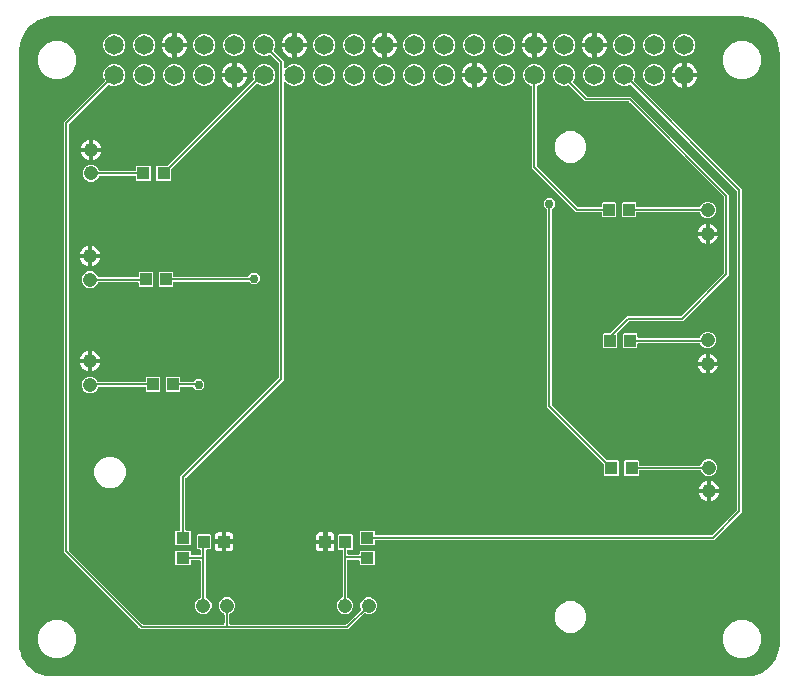
<source format=gbr>
G04 EAGLE Gerber RS-274X export*
G75*
%MOMM*%
%FSLAX34Y34*%
%LPD*%
%INTop Copper*%
%IPPOS*%
%AMOC8*
5,1,8,0,0,1.08239X$1,22.5*%
G01*
%ADD10C,1.650000*%
%ADD11R,1.000000X1.100000*%
%ADD12R,1.100000X1.000000*%
%ADD13C,1.208000*%
%ADD14C,0.203200*%
%ADD15C,0.756400*%

G36*
X620044Y3069D02*
X620044Y3069D01*
X620080Y3066D01*
X624135Y3385D01*
X624293Y3420D01*
X624369Y3432D01*
X632082Y5938D01*
X632337Y6063D01*
X632351Y6075D01*
X632365Y6082D01*
X638926Y10849D01*
X639131Y11047D01*
X639140Y11063D01*
X639151Y11074D01*
X643918Y17635D01*
X644051Y17886D01*
X644055Y17904D01*
X644062Y17918D01*
X646568Y25631D01*
X646596Y25791D01*
X646615Y25865D01*
X646934Y29920D01*
X646931Y29965D01*
X646937Y30000D01*
X646937Y530000D01*
X646932Y530037D01*
X646935Y530066D01*
X646671Y534103D01*
X646665Y534130D01*
X646665Y534155D01*
X646644Y534236D01*
X646638Y534299D01*
X644549Y542096D01*
X644467Y542288D01*
X644447Y542341D01*
X640411Y549332D01*
X640283Y549496D01*
X640250Y549542D01*
X634542Y555250D01*
X634376Y555375D01*
X634332Y555411D01*
X627341Y559447D01*
X627148Y559525D01*
X627096Y559549D01*
X619299Y561638D01*
X619177Y561653D01*
X619103Y561671D01*
X615066Y561935D01*
X615030Y561932D01*
X615000Y561937D01*
X30229Y561937D01*
X30146Y561926D01*
X30085Y561927D01*
X26476Y561410D01*
X26358Y561376D01*
X26283Y561363D01*
X19261Y558890D01*
X19076Y558794D01*
X19024Y558770D01*
X12882Y554564D01*
X12728Y554424D01*
X12684Y554387D01*
X7839Y548735D01*
X7727Y548559D01*
X7695Y548513D01*
X7294Y547676D01*
X7293Y547676D01*
X7293Y547675D01*
X6807Y546661D01*
X6807Y546660D01*
X6321Y545645D01*
X6320Y545645D01*
X5834Y544630D01*
X5348Y543615D01*
X5348Y543614D01*
X4861Y542600D01*
X4861Y542599D01*
X4478Y541799D01*
X4415Y541600D01*
X4395Y541547D01*
X3026Y534230D01*
X3025Y534215D01*
X3023Y534206D01*
X3020Y534104D01*
X3009Y534031D01*
X3035Y531706D01*
X3047Y531624D01*
X3050Y531542D01*
X3063Y531503D01*
X3063Y530157D01*
X3069Y530114D01*
X3066Y530079D01*
X3155Y528914D01*
X3154Y528913D01*
X3140Y528866D01*
X3118Y528823D01*
X3106Y528749D01*
X3074Y528640D01*
X3073Y528553D01*
X3063Y528491D01*
X3063Y30000D01*
X3069Y29956D01*
X3066Y29920D01*
X3385Y25865D01*
X3420Y25707D01*
X3432Y25631D01*
X5938Y17918D01*
X6063Y17663D01*
X6075Y17649D01*
X6082Y17635D01*
X10849Y11074D01*
X11047Y10869D01*
X11063Y10860D01*
X11074Y10849D01*
X17635Y6082D01*
X17886Y5949D01*
X17904Y5945D01*
X17918Y5938D01*
X25631Y3432D01*
X25791Y3404D01*
X25865Y3385D01*
X29920Y3066D01*
X29965Y3069D01*
X30000Y3063D01*
X620000Y3063D01*
X620044Y3069D01*
G37*
%LPC*%
G36*
X106165Y42983D02*
X106165Y42983D01*
X104686Y44462D01*
X42462Y106686D01*
X40983Y108165D01*
X40983Y472435D01*
X42462Y473914D01*
X75305Y506757D01*
X75306Y506758D01*
X75307Y506759D01*
X75395Y506877D01*
X75476Y506984D01*
X75476Y506985D01*
X75477Y506987D01*
X75526Y507116D01*
X75577Y507250D01*
X75577Y507251D01*
X75578Y507253D01*
X75589Y507396D01*
X75600Y507533D01*
X75600Y507534D01*
X75600Y507536D01*
X75597Y507552D01*
X75545Y507812D01*
X75530Y507839D01*
X75525Y507863D01*
X74449Y510460D01*
X74449Y514140D01*
X75858Y517540D01*
X78460Y520142D01*
X81860Y521551D01*
X85540Y521551D01*
X88940Y520142D01*
X91542Y517540D01*
X92951Y514140D01*
X92951Y510460D01*
X91542Y507060D01*
X88940Y504458D01*
X85540Y503049D01*
X81860Y503049D01*
X79263Y504125D01*
X79262Y504125D01*
X79260Y504126D01*
X79127Y504160D01*
X78988Y504196D01*
X78986Y504196D01*
X78985Y504196D01*
X78844Y504192D01*
X78704Y504188D01*
X78702Y504187D01*
X78701Y504187D01*
X78568Y504144D01*
X78433Y504101D01*
X78432Y504100D01*
X78430Y504100D01*
X78418Y504091D01*
X78197Y503943D01*
X78177Y503919D01*
X78157Y503905D01*
X45314Y471062D01*
X45262Y470992D01*
X45202Y470928D01*
X45176Y470879D01*
X45143Y470835D01*
X45112Y470753D01*
X45072Y470675D01*
X45064Y470628D01*
X45042Y470569D01*
X45030Y470421D01*
X45017Y470344D01*
X45017Y110256D01*
X45029Y110169D01*
X45032Y110082D01*
X45049Y110029D01*
X45057Y109974D01*
X45092Y109895D01*
X45119Y109811D01*
X45147Y109772D01*
X45173Y109715D01*
X45269Y109602D01*
X45314Y109538D01*
X107538Y47314D01*
X107608Y47262D01*
X107672Y47202D01*
X107721Y47176D01*
X107765Y47143D01*
X107847Y47112D01*
X107925Y47072D01*
X107972Y47064D01*
X108031Y47042D01*
X108179Y47030D01*
X108256Y47017D01*
X175968Y47017D01*
X176026Y47025D01*
X176084Y47023D01*
X176166Y47045D01*
X176250Y47057D01*
X176303Y47080D01*
X176359Y47095D01*
X176432Y47138D01*
X176509Y47173D01*
X176554Y47211D01*
X176604Y47240D01*
X176662Y47302D01*
X176726Y47356D01*
X176758Y47405D01*
X176798Y47448D01*
X176837Y47523D01*
X176884Y47593D01*
X176901Y47649D01*
X176928Y47701D01*
X176939Y47769D01*
X176969Y47864D01*
X176972Y47964D01*
X176983Y48032D01*
X176983Y55536D01*
X176983Y55538D01*
X176983Y55539D01*
X176963Y55680D01*
X176943Y55818D01*
X176943Y55819D01*
X176943Y55821D01*
X176885Y55948D01*
X176827Y56077D01*
X176826Y56078D01*
X176825Y56080D01*
X176734Y56187D01*
X176644Y56294D01*
X176642Y56295D01*
X176641Y56296D01*
X176628Y56304D01*
X176407Y56452D01*
X176378Y56461D01*
X176357Y56474D01*
X175012Y57031D01*
X173031Y59012D01*
X171959Y61600D01*
X171959Y64400D01*
X173031Y66988D01*
X175012Y68969D01*
X177600Y70041D01*
X180400Y70041D01*
X182988Y68969D01*
X184969Y66988D01*
X186041Y64400D01*
X186041Y61600D01*
X184969Y59012D01*
X182988Y57031D01*
X181643Y56474D01*
X181642Y56473D01*
X181641Y56473D01*
X181524Y56404D01*
X181399Y56330D01*
X181397Y56328D01*
X181396Y56328D01*
X181301Y56226D01*
X181203Y56123D01*
X181203Y56122D01*
X181202Y56120D01*
X181137Y55995D01*
X181073Y55870D01*
X181073Y55869D01*
X181072Y55867D01*
X181070Y55852D01*
X181018Y55591D01*
X181021Y55561D01*
X181017Y55536D01*
X181017Y48032D01*
X181025Y47974D01*
X181023Y47916D01*
X181045Y47834D01*
X181057Y47750D01*
X181080Y47697D01*
X181095Y47641D01*
X181138Y47568D01*
X181173Y47491D01*
X181211Y47446D01*
X181240Y47396D01*
X181302Y47338D01*
X181356Y47274D01*
X181405Y47242D01*
X181448Y47202D01*
X181523Y47163D01*
X181593Y47116D01*
X181649Y47099D01*
X181701Y47072D01*
X181769Y47061D01*
X181864Y47031D01*
X181964Y47028D01*
X182032Y47017D01*
X279744Y47017D01*
X279831Y47029D01*
X279918Y47032D01*
X279971Y47049D01*
X280026Y47057D01*
X280105Y47092D01*
X280189Y47119D01*
X280228Y47147D01*
X280285Y47173D01*
X280398Y47269D01*
X280462Y47314D01*
X292296Y59148D01*
X292297Y59150D01*
X292298Y59151D01*
X292381Y59261D01*
X292467Y59375D01*
X292468Y59377D01*
X292469Y59378D01*
X292518Y59510D01*
X292568Y59641D01*
X292568Y59643D01*
X292569Y59644D01*
X292581Y59789D01*
X292592Y59924D01*
X292592Y59926D01*
X292592Y59928D01*
X292588Y59943D01*
X292536Y60203D01*
X292522Y60230D01*
X292516Y60255D01*
X291959Y61600D01*
X291959Y64400D01*
X293031Y66988D01*
X295012Y68969D01*
X297600Y70041D01*
X300400Y70041D01*
X302988Y68969D01*
X304969Y66988D01*
X306041Y64400D01*
X306041Y61600D01*
X304969Y59012D01*
X302988Y57031D01*
X300400Y55959D01*
X297600Y55959D01*
X296255Y56516D01*
X296253Y56517D01*
X296252Y56517D01*
X296118Y56552D01*
X295979Y56587D01*
X295978Y56587D01*
X295976Y56588D01*
X295836Y56583D01*
X295695Y56579D01*
X295694Y56579D01*
X295692Y56579D01*
X295559Y56536D01*
X295424Y56492D01*
X295423Y56492D01*
X295422Y56491D01*
X295410Y56482D01*
X295188Y56334D01*
X295169Y56311D01*
X295148Y56296D01*
X281835Y42983D01*
X106165Y42983D01*
G37*
%LPD*%
%LPC*%
G36*
X291885Y114599D02*
X291885Y114599D01*
X291299Y115185D01*
X291299Y126015D01*
X291885Y126601D01*
X303715Y126601D01*
X304301Y126015D01*
X304301Y123632D01*
X304309Y123574D01*
X304307Y123516D01*
X304329Y123434D01*
X304341Y123350D01*
X304364Y123297D01*
X304379Y123241D01*
X304422Y123168D01*
X304457Y123091D01*
X304495Y123046D01*
X304524Y122996D01*
X304586Y122938D01*
X304640Y122874D01*
X304689Y122842D01*
X304732Y122802D01*
X304807Y122763D01*
X304877Y122716D01*
X304933Y122699D01*
X304985Y122672D01*
X305053Y122661D01*
X305148Y122631D01*
X305248Y122628D01*
X305316Y122617D01*
X589344Y122617D01*
X589431Y122629D01*
X589518Y122632D01*
X589571Y122649D01*
X589626Y122657D01*
X589705Y122692D01*
X589789Y122719D01*
X589828Y122747D01*
X589885Y122773D01*
X589998Y122869D01*
X590062Y122914D01*
X610686Y143538D01*
X610738Y143608D01*
X610798Y143672D01*
X610824Y143721D01*
X610857Y143765D01*
X610888Y143847D01*
X610928Y143925D01*
X610936Y143972D01*
X610958Y144031D01*
X610970Y144179D01*
X610983Y144256D01*
X610983Y413744D01*
X610971Y413831D01*
X610968Y413918D01*
X610951Y413971D01*
X610943Y414026D01*
X610908Y414105D01*
X610881Y414189D01*
X610853Y414228D01*
X610827Y414285D01*
X610731Y414398D01*
X610686Y414462D01*
X521185Y503963D01*
X521183Y503964D01*
X521182Y503966D01*
X521067Y504052D01*
X520957Y504134D01*
X520956Y504135D01*
X520955Y504136D01*
X520821Y504186D01*
X520692Y504235D01*
X520690Y504236D01*
X520689Y504236D01*
X520544Y504248D01*
X520408Y504259D01*
X520407Y504259D01*
X520405Y504259D01*
X520390Y504255D01*
X520130Y504203D01*
X520103Y504189D01*
X520078Y504183D01*
X517340Y503049D01*
X513660Y503049D01*
X510260Y504458D01*
X507658Y507060D01*
X506249Y510460D01*
X506249Y514140D01*
X507658Y517540D01*
X510260Y520142D01*
X513660Y521551D01*
X517340Y521551D01*
X520740Y520142D01*
X523342Y517540D01*
X524751Y514140D01*
X524751Y510460D01*
X523734Y508005D01*
X523733Y508003D01*
X523733Y508002D01*
X523698Y507867D01*
X523694Y507851D01*
X523681Y507810D01*
X523681Y507799D01*
X523663Y507729D01*
X523663Y507728D01*
X523662Y507726D01*
X523667Y507586D01*
X523671Y507445D01*
X523671Y507444D01*
X523671Y507442D01*
X523715Y507307D01*
X523758Y507174D01*
X523758Y507173D01*
X523759Y507172D01*
X523768Y507160D01*
X523916Y506938D01*
X523939Y506919D01*
X523954Y506898D01*
X615017Y415835D01*
X615017Y142165D01*
X591435Y118583D01*
X305316Y118583D01*
X305258Y118575D01*
X305200Y118577D01*
X305118Y118555D01*
X305034Y118543D01*
X304981Y118520D01*
X304925Y118505D01*
X304852Y118462D01*
X304775Y118427D01*
X304730Y118389D01*
X304680Y118360D01*
X304622Y118298D01*
X304558Y118244D01*
X304526Y118195D01*
X304486Y118152D01*
X304447Y118077D01*
X304400Y118007D01*
X304383Y117951D01*
X304356Y117899D01*
X304345Y117831D01*
X304315Y117736D01*
X304312Y117636D01*
X304301Y117568D01*
X304301Y115185D01*
X303715Y114599D01*
X291885Y114599D01*
G37*
%LPD*%
%LPC*%
G36*
X135785Y114599D02*
X135785Y114599D01*
X135199Y115185D01*
X135199Y126015D01*
X135785Y126601D01*
X138668Y126601D01*
X138726Y126609D01*
X138784Y126607D01*
X138866Y126629D01*
X138950Y126641D01*
X139003Y126664D01*
X139059Y126679D01*
X139132Y126722D01*
X139209Y126757D01*
X139254Y126795D01*
X139304Y126824D01*
X139362Y126886D01*
X139426Y126940D01*
X139458Y126989D01*
X139498Y127032D01*
X139537Y127107D01*
X139584Y127177D01*
X139601Y127233D01*
X139628Y127285D01*
X139639Y127353D01*
X139669Y127448D01*
X139672Y127548D01*
X139683Y127616D01*
X139683Y172535D01*
X222686Y255538D01*
X222738Y255608D01*
X222798Y255672D01*
X222824Y255721D01*
X222857Y255765D01*
X222888Y255847D01*
X222928Y255925D01*
X222936Y255972D01*
X222958Y256031D01*
X222970Y256179D01*
X222983Y256256D01*
X222983Y522144D01*
X222971Y522231D01*
X222968Y522318D01*
X222951Y522371D01*
X222943Y522426D01*
X222908Y522505D01*
X222881Y522589D01*
X222853Y522628D01*
X222827Y522685D01*
X222731Y522798D01*
X222686Y522862D01*
X216243Y529305D01*
X216242Y529306D01*
X216241Y529307D01*
X216127Y529392D01*
X216016Y529476D01*
X216014Y529476D01*
X216013Y529477D01*
X215881Y529527D01*
X215750Y529577D01*
X215749Y529577D01*
X215747Y529578D01*
X215603Y529589D01*
X215467Y529600D01*
X215466Y529600D01*
X215464Y529600D01*
X215448Y529597D01*
X215188Y529545D01*
X215161Y529530D01*
X215137Y529525D01*
X212540Y528449D01*
X208860Y528449D01*
X205460Y529858D01*
X202858Y532460D01*
X201449Y535860D01*
X201449Y539540D01*
X202858Y542940D01*
X205460Y545542D01*
X208860Y546951D01*
X212540Y546951D01*
X215940Y545542D01*
X218542Y542940D01*
X219951Y539540D01*
X219951Y535860D01*
X218875Y533263D01*
X218875Y533262D01*
X218874Y533260D01*
X218840Y533127D01*
X218804Y532988D01*
X218804Y532986D01*
X218804Y532985D01*
X218808Y532842D01*
X218812Y532704D01*
X218813Y532702D01*
X218813Y532701D01*
X218856Y532568D01*
X218899Y532433D01*
X218900Y532432D01*
X218900Y532430D01*
X218909Y532418D01*
X219057Y532197D01*
X219081Y532177D01*
X219095Y532157D01*
X227017Y524235D01*
X227017Y518750D01*
X227021Y518721D01*
X227018Y518692D01*
X227041Y518581D01*
X227057Y518469D01*
X227069Y518442D01*
X227074Y518413D01*
X227127Y518313D01*
X227173Y518209D01*
X227192Y518187D01*
X227205Y518161D01*
X227283Y518079D01*
X227356Y517992D01*
X227381Y517976D01*
X227401Y517955D01*
X227499Y517898D01*
X227593Y517835D01*
X227621Y517826D01*
X227646Y517811D01*
X227756Y517783D01*
X227864Y517749D01*
X227894Y517748D01*
X227922Y517741D01*
X228035Y517745D01*
X228148Y517742D01*
X228177Y517749D01*
X228206Y517750D01*
X228314Y517785D01*
X228423Y517814D01*
X228449Y517828D01*
X228477Y517838D01*
X228540Y517883D01*
X228668Y517959D01*
X228711Y518004D01*
X228750Y518032D01*
X230860Y520142D01*
X234260Y521551D01*
X237940Y521551D01*
X241340Y520142D01*
X243942Y517540D01*
X245351Y514140D01*
X245351Y510460D01*
X243942Y507060D01*
X241340Y504458D01*
X237940Y503049D01*
X234260Y503049D01*
X230860Y504458D01*
X228750Y506568D01*
X228726Y506585D01*
X228707Y506608D01*
X228613Y506670D01*
X228523Y506739D01*
X228495Y506749D01*
X228471Y506765D01*
X228363Y506799D01*
X228257Y506840D01*
X228228Y506842D01*
X228200Y506851D01*
X228086Y506854D01*
X227974Y506863D01*
X227945Y506858D01*
X227916Y506858D01*
X227806Y506830D01*
X227695Y506807D01*
X227669Y506794D01*
X227641Y506786D01*
X227543Y506729D01*
X227443Y506676D01*
X227421Y506656D01*
X227396Y506641D01*
X227319Y506559D01*
X227237Y506481D01*
X227222Y506455D01*
X227202Y506434D01*
X227150Y506333D01*
X227093Y506235D01*
X227086Y506207D01*
X227072Y506181D01*
X227059Y506103D01*
X227023Y505960D01*
X227025Y505897D01*
X227017Y505850D01*
X227017Y254165D01*
X144014Y171162D01*
X143962Y171092D01*
X143902Y171028D01*
X143876Y170979D01*
X143843Y170935D01*
X143812Y170853D01*
X143772Y170775D01*
X143764Y170728D01*
X143742Y170669D01*
X143730Y170521D01*
X143717Y170444D01*
X143717Y127616D01*
X143725Y127558D01*
X143723Y127500D01*
X143745Y127418D01*
X143757Y127334D01*
X143780Y127281D01*
X143795Y127225D01*
X143838Y127152D01*
X143873Y127075D01*
X143911Y127030D01*
X143940Y126980D01*
X144002Y126922D01*
X144056Y126858D01*
X144105Y126826D01*
X144148Y126786D01*
X144223Y126747D01*
X144293Y126700D01*
X144349Y126683D01*
X144401Y126656D01*
X144469Y126645D01*
X144564Y126615D01*
X144664Y126612D01*
X144732Y126601D01*
X147615Y126601D01*
X148201Y126015D01*
X148201Y115185D01*
X147615Y114599D01*
X135785Y114599D01*
G37*
%LPD*%
%LPC*%
G36*
X498185Y280999D02*
X498185Y280999D01*
X497599Y281585D01*
X497599Y293415D01*
X498185Y294001D01*
X503728Y294001D01*
X503815Y294013D01*
X503902Y294016D01*
X503955Y294033D01*
X504010Y294041D01*
X504089Y294076D01*
X504173Y294103D01*
X504212Y294131D01*
X504269Y294157D01*
X504382Y294253D01*
X504446Y294298D01*
X518165Y308017D01*
X562744Y308017D01*
X562831Y308029D01*
X562918Y308032D01*
X562971Y308049D01*
X563026Y308057D01*
X563105Y308092D01*
X563189Y308119D01*
X563228Y308147D01*
X563285Y308173D01*
X563398Y308269D01*
X563462Y308314D01*
X599686Y344538D01*
X599738Y344608D01*
X599798Y344672D01*
X599824Y344721D01*
X599857Y344765D01*
X599888Y344847D01*
X599928Y344925D01*
X599936Y344972D01*
X599958Y345031D01*
X599970Y345179D01*
X599983Y345256D01*
X599983Y408744D01*
X599971Y408831D01*
X599968Y408918D01*
X599951Y408971D01*
X599943Y409026D01*
X599908Y409105D01*
X599881Y409189D01*
X599853Y409228D01*
X599827Y409285D01*
X599731Y409398D01*
X599686Y409462D01*
X519462Y489686D01*
X519392Y489738D01*
X519328Y489798D01*
X519279Y489824D01*
X519235Y489857D01*
X519153Y489888D01*
X519075Y489928D01*
X519028Y489936D01*
X518969Y489958D01*
X518821Y489970D01*
X518744Y489983D01*
X482165Y489983D01*
X468829Y503319D01*
X468828Y503320D01*
X468827Y503321D01*
X468746Y503381D01*
X468731Y503396D01*
X468718Y503403D01*
X468708Y503410D01*
X468602Y503490D01*
X468600Y503490D01*
X468599Y503491D01*
X468465Y503542D01*
X468336Y503591D01*
X468334Y503591D01*
X468333Y503592D01*
X468189Y503603D01*
X468053Y503615D01*
X468051Y503614D01*
X468050Y503614D01*
X468034Y503611D01*
X467774Y503559D01*
X467747Y503545D01*
X467723Y503539D01*
X466540Y503049D01*
X462860Y503049D01*
X459460Y504458D01*
X456858Y507060D01*
X455449Y510460D01*
X455449Y514140D01*
X456858Y517540D01*
X459460Y520142D01*
X462860Y521551D01*
X466540Y521551D01*
X469940Y520142D01*
X472542Y517540D01*
X473951Y514140D01*
X473951Y510460D01*
X472542Y507060D01*
X472385Y506903D01*
X472350Y506856D01*
X472308Y506816D01*
X472265Y506743D01*
X472214Y506675D01*
X472193Y506621D01*
X472164Y506570D01*
X472143Y506489D01*
X472113Y506410D01*
X472108Y506351D01*
X472094Y506295D01*
X472097Y506211D01*
X472090Y506126D01*
X472101Y506069D01*
X472103Y506011D01*
X472129Y505930D01*
X472145Y505848D01*
X472172Y505796D01*
X472190Y505740D01*
X472230Y505684D01*
X472276Y505595D01*
X472345Y505523D01*
X472385Y505467D01*
X483538Y494314D01*
X483608Y494262D01*
X483672Y494202D01*
X483721Y494176D01*
X483765Y494143D01*
X483847Y494112D01*
X483925Y494072D01*
X483972Y494064D01*
X484031Y494042D01*
X484179Y494030D01*
X484256Y494017D01*
X520835Y494017D01*
X604017Y410835D01*
X604017Y343165D01*
X564835Y303983D01*
X520256Y303983D01*
X520169Y303971D01*
X520082Y303968D01*
X520029Y303951D01*
X519974Y303943D01*
X519895Y303908D01*
X519811Y303881D01*
X519772Y303853D01*
X519715Y303827D01*
X519602Y303731D01*
X519538Y303686D01*
X509898Y294046D01*
X509846Y293976D01*
X509786Y293912D01*
X509760Y293863D01*
X509727Y293819D01*
X509696Y293737D01*
X509656Y293659D01*
X509648Y293612D01*
X509626Y293553D01*
X509614Y293405D01*
X509601Y293328D01*
X509601Y281585D01*
X509015Y280999D01*
X498185Y280999D01*
G37*
%LPD*%
%LPC*%
G36*
X499185Y173099D02*
X499185Y173099D01*
X498599Y173685D01*
X498599Y182328D01*
X498587Y182415D01*
X498584Y182502D01*
X498567Y182555D01*
X498559Y182610D01*
X498524Y182689D01*
X498497Y182773D01*
X498469Y182812D01*
X498443Y182869D01*
X498347Y182982D01*
X498302Y183046D01*
X449983Y231365D01*
X449983Y397832D01*
X449971Y397919D01*
X449968Y398006D01*
X449951Y398059D01*
X449943Y398114D01*
X449908Y398194D01*
X449881Y398277D01*
X449853Y398316D01*
X449827Y398373D01*
X449731Y398487D01*
X449686Y398550D01*
X447217Y401019D01*
X447217Y404981D01*
X450019Y407783D01*
X453981Y407783D01*
X456783Y404981D01*
X456783Y401019D01*
X454314Y398550D01*
X454262Y398481D01*
X454202Y398417D01*
X454176Y398367D01*
X454143Y398323D01*
X454112Y398241D01*
X454072Y398163D01*
X454064Y398116D01*
X454042Y398057D01*
X454030Y397910D01*
X454017Y397832D01*
X454017Y233456D01*
X454023Y233409D01*
X454023Y233408D01*
X454024Y233408D01*
X454029Y233369D01*
X454032Y233282D01*
X454049Y233229D01*
X454057Y233174D01*
X454092Y233095D01*
X454119Y233011D01*
X454147Y232972D01*
X454173Y232915D01*
X454269Y232802D01*
X454314Y232738D01*
X500654Y186398D01*
X500724Y186346D01*
X500788Y186286D01*
X500837Y186260D01*
X500881Y186227D01*
X500963Y186196D01*
X501041Y186156D01*
X501088Y186148D01*
X501147Y186126D01*
X501295Y186114D01*
X501372Y186101D01*
X510015Y186101D01*
X510601Y185515D01*
X510601Y173685D01*
X510015Y173099D01*
X499185Y173099D01*
G37*
%LPD*%
%LPC*%
G36*
X497185Y391899D02*
X497185Y391899D01*
X496599Y392485D01*
X496599Y395368D01*
X496591Y395426D01*
X496593Y395484D01*
X496571Y395566D01*
X496559Y395650D01*
X496536Y395703D01*
X496521Y395759D01*
X496478Y395832D01*
X496443Y395909D01*
X496405Y395954D01*
X496376Y396004D01*
X496314Y396062D01*
X496260Y396126D01*
X496211Y396158D01*
X496168Y396198D01*
X496093Y396237D01*
X496023Y396284D01*
X495967Y396301D01*
X495915Y396328D01*
X495847Y396339D01*
X495752Y396369D01*
X495652Y396372D01*
X495584Y396383D01*
X474765Y396383D01*
X437283Y433865D01*
X437283Y502444D01*
X437283Y502446D01*
X437283Y502447D01*
X437264Y502583D01*
X437243Y502726D01*
X437243Y502727D01*
X437243Y502729D01*
X437186Y502854D01*
X437127Y502985D01*
X437126Y502986D01*
X437125Y502988D01*
X437034Y503095D01*
X436944Y503202D01*
X436942Y503203D01*
X436941Y503204D01*
X436928Y503212D01*
X436707Y503360D01*
X436678Y503369D01*
X436657Y503382D01*
X434060Y504458D01*
X431458Y507060D01*
X430049Y510460D01*
X430049Y514140D01*
X431458Y517540D01*
X434060Y520142D01*
X437460Y521551D01*
X441140Y521551D01*
X444540Y520142D01*
X447142Y517540D01*
X448551Y514140D01*
X448551Y510460D01*
X447142Y507060D01*
X444540Y504458D01*
X441943Y503382D01*
X441942Y503381D01*
X441941Y503381D01*
X441820Y503309D01*
X441699Y503238D01*
X441698Y503236D01*
X441696Y503236D01*
X441596Y503128D01*
X441503Y503031D01*
X441503Y503029D01*
X441502Y503028D01*
X441437Y502902D01*
X441373Y502778D01*
X441373Y502777D01*
X441372Y502775D01*
X441370Y502760D01*
X441318Y502499D01*
X441321Y502469D01*
X441317Y502444D01*
X441317Y435956D01*
X441329Y435869D01*
X441332Y435782D01*
X441349Y435729D01*
X441357Y435674D01*
X441392Y435595D01*
X441419Y435511D01*
X441447Y435472D01*
X441473Y435415D01*
X441569Y435302D01*
X441614Y435238D01*
X476138Y400714D01*
X476208Y400662D01*
X476272Y400602D01*
X476321Y400576D01*
X476365Y400543D01*
X476447Y400512D01*
X476525Y400472D01*
X476572Y400464D01*
X476631Y400442D01*
X476779Y400430D01*
X476856Y400417D01*
X495584Y400417D01*
X495642Y400425D01*
X495700Y400423D01*
X495782Y400445D01*
X495866Y400457D01*
X495919Y400480D01*
X495975Y400495D01*
X496048Y400538D01*
X496125Y400573D01*
X496170Y400611D01*
X496220Y400640D01*
X496278Y400702D01*
X496342Y400756D01*
X496374Y400805D01*
X496414Y400848D01*
X496453Y400923D01*
X496500Y400993D01*
X496517Y401049D01*
X496544Y401101D01*
X496555Y401169D01*
X496585Y401264D01*
X496588Y401364D01*
X496599Y401432D01*
X496599Y404315D01*
X497185Y404901D01*
X508015Y404901D01*
X508601Y404315D01*
X508601Y392485D01*
X508015Y391899D01*
X497185Y391899D01*
G37*
%LPD*%
%LPC*%
G36*
X119985Y422599D02*
X119985Y422599D01*
X119399Y423185D01*
X119399Y435015D01*
X119985Y435601D01*
X128628Y435601D01*
X128715Y435613D01*
X128802Y435616D01*
X128855Y435633D01*
X128910Y435641D01*
X128989Y435676D01*
X129073Y435703D01*
X129112Y435731D01*
X129169Y435757D01*
X129282Y435853D01*
X129346Y435898D01*
X201690Y508242D01*
X201691Y508243D01*
X201692Y508244D01*
X201778Y508359D01*
X201861Y508469D01*
X201861Y508470D01*
X201862Y508472D01*
X201911Y508602D01*
X201962Y508735D01*
X201962Y508736D01*
X201962Y508738D01*
X201974Y508882D01*
X201985Y509018D01*
X201985Y509019D01*
X201985Y509021D01*
X201982Y509037D01*
X201929Y509297D01*
X201915Y509324D01*
X201910Y509348D01*
X201449Y510460D01*
X201449Y514140D01*
X202858Y517540D01*
X205460Y520142D01*
X208860Y521551D01*
X212540Y521551D01*
X215940Y520142D01*
X218542Y517540D01*
X219951Y514140D01*
X219951Y510460D01*
X218542Y507060D01*
X215940Y504458D01*
X212540Y503049D01*
X208860Y503049D01*
X205460Y504458D01*
X205253Y504665D01*
X205206Y504700D01*
X205166Y504742D01*
X205093Y504785D01*
X205025Y504836D01*
X204971Y504856D01*
X204920Y504886D01*
X204839Y504907D01*
X204760Y504937D01*
X204701Y504942D01*
X204645Y504956D01*
X204561Y504953D01*
X204476Y504960D01*
X204419Y504949D01*
X204361Y504947D01*
X204280Y504921D01*
X204198Y504905D01*
X204146Y504878D01*
X204090Y504860D01*
X204034Y504820D01*
X203945Y504774D01*
X203873Y504705D01*
X203817Y504665D01*
X131698Y432546D01*
X131646Y432476D01*
X131586Y432412D01*
X131560Y432363D01*
X131527Y432319D01*
X131496Y432237D01*
X131456Y432159D01*
X131448Y432112D01*
X131426Y432053D01*
X131414Y431905D01*
X131401Y431828D01*
X131401Y423185D01*
X130815Y422599D01*
X119985Y422599D01*
G37*
%LPD*%
%LPC*%
G36*
X31807Y18949D02*
X31807Y18949D01*
X25908Y21393D01*
X21393Y25908D01*
X18949Y31807D01*
X18949Y38193D01*
X21393Y44092D01*
X25908Y48607D01*
X31807Y51051D01*
X38193Y51051D01*
X44092Y48607D01*
X48607Y44092D01*
X51051Y38193D01*
X51051Y31807D01*
X48607Y25908D01*
X44092Y21393D01*
X38193Y18949D01*
X31807Y18949D01*
G37*
%LPD*%
%LPC*%
G36*
X611807Y508949D02*
X611807Y508949D01*
X605908Y511393D01*
X601393Y515908D01*
X598949Y521807D01*
X598949Y528193D01*
X601393Y534092D01*
X605908Y538607D01*
X611807Y541051D01*
X618193Y541051D01*
X624092Y538607D01*
X628607Y534092D01*
X631051Y528193D01*
X631051Y521807D01*
X628607Y515908D01*
X624092Y511393D01*
X618193Y508949D01*
X611807Y508949D01*
G37*
%LPD*%
%LPC*%
G36*
X611807Y18949D02*
X611807Y18949D01*
X605908Y21393D01*
X601393Y25908D01*
X598949Y31807D01*
X598949Y38193D01*
X601393Y44092D01*
X605908Y48607D01*
X611807Y51051D01*
X618193Y51051D01*
X624092Y48607D01*
X628607Y44092D01*
X631051Y38193D01*
X631051Y31807D01*
X628607Y25908D01*
X624092Y21393D01*
X618193Y18949D01*
X611807Y18949D01*
G37*
%LPD*%
%LPC*%
G36*
X31807Y508949D02*
X31807Y508949D01*
X25908Y511393D01*
X21393Y515908D01*
X18949Y521807D01*
X18949Y528193D01*
X21393Y534092D01*
X25908Y538607D01*
X31807Y541051D01*
X38193Y541051D01*
X44092Y538607D01*
X48607Y534092D01*
X51051Y528193D01*
X51051Y521807D01*
X48607Y515908D01*
X44092Y511393D01*
X38193Y508949D01*
X31807Y508949D01*
G37*
%LPD*%
%LPC*%
G36*
X277600Y55959D02*
X277600Y55959D01*
X275012Y57031D01*
X273031Y59012D01*
X271959Y61600D01*
X271959Y64400D01*
X273031Y66988D01*
X275012Y68969D01*
X276357Y69526D01*
X276358Y69527D01*
X276359Y69527D01*
X276476Y69596D01*
X276601Y69670D01*
X276603Y69672D01*
X276604Y69672D01*
X276699Y69774D01*
X276797Y69877D01*
X276797Y69878D01*
X276798Y69880D01*
X276863Y70005D01*
X276927Y70130D01*
X276927Y70131D01*
X276928Y70133D01*
X276930Y70148D01*
X276982Y70409D01*
X276979Y70439D01*
X276983Y70464D01*
X276983Y109484D01*
X276975Y109542D01*
X276977Y109600D01*
X276955Y109682D01*
X276943Y109766D01*
X276920Y109819D01*
X276905Y109875D01*
X276862Y109948D01*
X276827Y110025D01*
X276789Y110070D01*
X276760Y110120D01*
X276698Y110178D01*
X276644Y110242D01*
X276595Y110274D01*
X276552Y110314D01*
X276477Y110353D01*
X276407Y110400D01*
X276351Y110417D01*
X276299Y110444D01*
X276231Y110455D01*
X276136Y110485D01*
X276036Y110488D01*
X275968Y110499D01*
X273985Y110499D01*
X273399Y111085D01*
X273399Y122915D01*
X273985Y123501D01*
X284815Y123501D01*
X285401Y122915D01*
X285401Y111085D01*
X284815Y110499D01*
X282032Y110499D01*
X281974Y110491D01*
X281916Y110493D01*
X281834Y110471D01*
X281750Y110459D01*
X281697Y110436D01*
X281641Y110421D01*
X281568Y110378D01*
X281491Y110343D01*
X281446Y110305D01*
X281396Y110276D01*
X281338Y110214D01*
X281274Y110160D01*
X281242Y110111D01*
X281202Y110068D01*
X281163Y109993D01*
X281116Y109923D01*
X281099Y109867D01*
X281072Y109815D01*
X281061Y109747D01*
X281031Y109652D01*
X281028Y109552D01*
X281017Y109484D01*
X281017Y107032D01*
X281025Y106974D01*
X281023Y106916D01*
X281045Y106834D01*
X281057Y106750D01*
X281080Y106697D01*
X281095Y106641D01*
X281138Y106568D01*
X281173Y106491D01*
X281211Y106446D01*
X281240Y106396D01*
X281302Y106338D01*
X281356Y106274D01*
X281405Y106242D01*
X281448Y106202D01*
X281523Y106163D01*
X281593Y106116D01*
X281649Y106099D01*
X281701Y106072D01*
X281769Y106061D01*
X281864Y106031D01*
X281964Y106028D01*
X282032Y106017D01*
X290284Y106017D01*
X290342Y106025D01*
X290400Y106023D01*
X290482Y106045D01*
X290566Y106057D01*
X290619Y106080D01*
X290675Y106095D01*
X290748Y106138D01*
X290825Y106173D01*
X290870Y106211D01*
X290920Y106240D01*
X290978Y106302D01*
X291042Y106356D01*
X291074Y106405D01*
X291114Y106448D01*
X291153Y106523D01*
X291200Y106593D01*
X291217Y106649D01*
X291244Y106701D01*
X291255Y106769D01*
X291285Y106864D01*
X291288Y106964D01*
X291299Y107032D01*
X291299Y109015D01*
X291885Y109601D01*
X303715Y109601D01*
X304301Y109015D01*
X304301Y98185D01*
X303715Y97599D01*
X291885Y97599D01*
X291299Y98185D01*
X291299Y100968D01*
X291291Y101026D01*
X291293Y101084D01*
X291271Y101166D01*
X291259Y101250D01*
X291236Y101303D01*
X291221Y101359D01*
X291178Y101432D01*
X291143Y101509D01*
X291105Y101554D01*
X291076Y101604D01*
X291014Y101662D01*
X290960Y101726D01*
X290911Y101758D01*
X290868Y101798D01*
X290793Y101837D01*
X290723Y101884D01*
X290667Y101901D01*
X290615Y101928D01*
X290547Y101939D01*
X290452Y101969D01*
X290352Y101972D01*
X290284Y101983D01*
X282032Y101983D01*
X281974Y101975D01*
X281916Y101977D01*
X281834Y101955D01*
X281750Y101943D01*
X281697Y101920D01*
X281641Y101905D01*
X281568Y101862D01*
X281491Y101827D01*
X281446Y101789D01*
X281396Y101760D01*
X281338Y101698D01*
X281274Y101644D01*
X281242Y101595D01*
X281202Y101552D01*
X281163Y101477D01*
X281116Y101407D01*
X281099Y101351D01*
X281072Y101299D01*
X281061Y101231D01*
X281031Y101136D01*
X281028Y101036D01*
X281017Y100968D01*
X281017Y70464D01*
X281017Y70462D01*
X281017Y70461D01*
X281037Y70320D01*
X281057Y70182D01*
X281057Y70181D01*
X281057Y70179D01*
X281115Y70052D01*
X281173Y69923D01*
X281174Y69922D01*
X281175Y69920D01*
X281266Y69813D01*
X281356Y69706D01*
X281358Y69705D01*
X281359Y69704D01*
X281372Y69696D01*
X281593Y69548D01*
X281622Y69539D01*
X281643Y69526D01*
X282988Y68969D01*
X284969Y66988D01*
X286041Y64400D01*
X286041Y61600D01*
X284969Y59012D01*
X282988Y57031D01*
X280400Y55959D01*
X277600Y55959D01*
G37*
%LPD*%
%LPC*%
G36*
X157600Y55959D02*
X157600Y55959D01*
X155012Y57031D01*
X153031Y59012D01*
X151959Y61600D01*
X151959Y64400D01*
X153031Y66988D01*
X155012Y68969D01*
X156357Y69526D01*
X156358Y69527D01*
X156359Y69527D01*
X156476Y69596D01*
X156601Y69670D01*
X156603Y69672D01*
X156604Y69672D01*
X156699Y69774D01*
X156797Y69877D01*
X156797Y69878D01*
X156798Y69880D01*
X156863Y70005D01*
X156927Y70130D01*
X156927Y70131D01*
X156928Y70133D01*
X156930Y70148D01*
X156982Y70409D01*
X156979Y70439D01*
X156983Y70464D01*
X156983Y100568D01*
X156976Y100620D01*
X156977Y100643D01*
X156976Y100647D01*
X156977Y100684D01*
X156955Y100766D01*
X156943Y100850D01*
X156920Y100903D01*
X156905Y100959D01*
X156862Y101032D01*
X156827Y101109D01*
X156789Y101154D01*
X156760Y101204D01*
X156698Y101262D01*
X156644Y101326D01*
X156595Y101358D01*
X156552Y101398D01*
X156477Y101437D01*
X156407Y101484D01*
X156351Y101501D01*
X156299Y101528D01*
X156231Y101539D01*
X156136Y101569D01*
X156036Y101572D01*
X155968Y101583D01*
X149216Y101583D01*
X149158Y101575D01*
X149100Y101577D01*
X149018Y101555D01*
X148934Y101543D01*
X148881Y101520D01*
X148825Y101505D01*
X148752Y101462D01*
X148675Y101427D01*
X148630Y101389D01*
X148580Y101360D01*
X148522Y101298D01*
X148458Y101244D01*
X148426Y101195D01*
X148386Y101152D01*
X148347Y101077D01*
X148300Y101007D01*
X148283Y100951D01*
X148256Y100899D01*
X148245Y100831D01*
X148215Y100736D01*
X148212Y100636D01*
X148201Y100568D01*
X148201Y98185D01*
X147615Y97599D01*
X135785Y97599D01*
X135199Y98185D01*
X135199Y109015D01*
X135785Y109601D01*
X147615Y109601D01*
X148201Y109015D01*
X148201Y106632D01*
X148209Y106574D01*
X148207Y106516D01*
X148229Y106434D01*
X148241Y106350D01*
X148264Y106297D01*
X148279Y106241D01*
X148322Y106168D01*
X148357Y106091D01*
X148395Y106046D01*
X148424Y105996D01*
X148486Y105938D01*
X148540Y105874D01*
X148589Y105842D01*
X148632Y105802D01*
X148707Y105763D01*
X148777Y105716D01*
X148833Y105699D01*
X148885Y105672D01*
X148953Y105661D01*
X149048Y105631D01*
X149148Y105628D01*
X149216Y105617D01*
X155968Y105617D01*
X156026Y105625D01*
X156084Y105623D01*
X156166Y105645D01*
X156250Y105657D01*
X156303Y105680D01*
X156359Y105695D01*
X156432Y105738D01*
X156509Y105773D01*
X156554Y105811D01*
X156604Y105840D01*
X156662Y105902D01*
X156726Y105956D01*
X156758Y106005D01*
X156798Y106048D01*
X156837Y106123D01*
X156884Y106193D01*
X156901Y106249D01*
X156928Y106301D01*
X156939Y106369D01*
X156969Y106464D01*
X156972Y106564D01*
X156983Y106632D01*
X156983Y109584D01*
X156975Y109642D01*
X156977Y109700D01*
X156955Y109782D01*
X156943Y109866D01*
X156920Y109919D01*
X156905Y109975D01*
X156862Y110048D01*
X156827Y110125D01*
X156789Y110170D01*
X156760Y110220D01*
X156698Y110278D01*
X156644Y110342D01*
X156595Y110374D01*
X156552Y110414D01*
X156477Y110453D01*
X156407Y110500D01*
X156351Y110517D01*
X156299Y110544D01*
X156231Y110555D01*
X156136Y110585D01*
X156036Y110588D01*
X155968Y110599D01*
X154185Y110599D01*
X153599Y111185D01*
X153599Y123015D01*
X154185Y123601D01*
X165015Y123601D01*
X165601Y123015D01*
X165601Y111185D01*
X165015Y110599D01*
X162032Y110599D01*
X161974Y110591D01*
X161916Y110593D01*
X161834Y110571D01*
X161750Y110559D01*
X161697Y110536D01*
X161641Y110521D01*
X161568Y110478D01*
X161491Y110443D01*
X161446Y110405D01*
X161396Y110376D01*
X161338Y110314D01*
X161274Y110260D01*
X161242Y110211D01*
X161202Y110168D01*
X161163Y110093D01*
X161116Y110023D01*
X161099Y109967D01*
X161072Y109915D01*
X161061Y109847D01*
X161031Y109752D01*
X161028Y109652D01*
X161017Y109584D01*
X161017Y70464D01*
X161017Y70462D01*
X161017Y70461D01*
X161037Y70320D01*
X161057Y70182D01*
X161057Y70181D01*
X161057Y70179D01*
X161115Y70052D01*
X161173Y69923D01*
X161174Y69922D01*
X161175Y69920D01*
X161266Y69813D01*
X161356Y69706D01*
X161358Y69705D01*
X161359Y69704D01*
X161372Y69696D01*
X161593Y69548D01*
X161622Y69539D01*
X161643Y69526D01*
X162988Y68969D01*
X164969Y66988D01*
X166041Y64400D01*
X166041Y61600D01*
X164969Y59012D01*
X162988Y57031D01*
X160400Y55959D01*
X157600Y55959D01*
G37*
%LPD*%
%LPC*%
G36*
X77354Y162599D02*
X77354Y162599D01*
X72466Y164624D01*
X68724Y168366D01*
X66699Y173254D01*
X66699Y178546D01*
X68724Y183434D01*
X72466Y187176D01*
X77354Y189201D01*
X82646Y189201D01*
X87534Y187176D01*
X91276Y183434D01*
X93301Y178546D01*
X93301Y173254D01*
X91276Y168366D01*
X87534Y164624D01*
X82646Y162599D01*
X77354Y162599D01*
G37*
%LPD*%
%LPC*%
G36*
X467354Y438199D02*
X467354Y438199D01*
X462466Y440224D01*
X458724Y443966D01*
X456699Y448854D01*
X456699Y454146D01*
X458724Y459034D01*
X462466Y462776D01*
X467354Y464801D01*
X472646Y464801D01*
X477534Y462776D01*
X481276Y459034D01*
X483301Y454146D01*
X483301Y448854D01*
X481276Y443966D01*
X477534Y440224D01*
X472646Y438199D01*
X467354Y438199D01*
G37*
%LPD*%
%LPC*%
G36*
X467354Y40199D02*
X467354Y40199D01*
X462466Y42224D01*
X458724Y45966D01*
X456699Y50854D01*
X456699Y56146D01*
X458724Y61034D01*
X462466Y64776D01*
X467354Y66801D01*
X472646Y66801D01*
X477534Y64776D01*
X481276Y61034D01*
X483301Y56146D01*
X483301Y50854D01*
X481276Y45966D01*
X477534Y42224D01*
X472646Y40199D01*
X467354Y40199D01*
G37*
%LPD*%
%LPC*%
G36*
X584600Y390959D02*
X584600Y390959D01*
X582012Y392031D01*
X580031Y394012D01*
X579308Y395757D01*
X579308Y395758D01*
X579307Y395759D01*
X579236Y395880D01*
X579164Y396001D01*
X579163Y396002D01*
X579162Y396004D01*
X579058Y396101D01*
X578957Y396197D01*
X578956Y396197D01*
X578955Y396198D01*
X578829Y396263D01*
X578705Y396327D01*
X578703Y396327D01*
X578702Y396328D01*
X578687Y396330D01*
X578426Y396382D01*
X578395Y396379D01*
X578370Y396383D01*
X526616Y396383D01*
X526558Y396375D01*
X526500Y396377D01*
X526418Y396355D01*
X526334Y396343D01*
X526281Y396320D01*
X526225Y396305D01*
X526152Y396262D01*
X526075Y396227D01*
X526030Y396189D01*
X525980Y396160D01*
X525922Y396098D01*
X525858Y396044D01*
X525826Y395995D01*
X525786Y395952D01*
X525747Y395877D01*
X525700Y395807D01*
X525683Y395751D01*
X525656Y395699D01*
X525645Y395631D01*
X525615Y395536D01*
X525612Y395436D01*
X525601Y395368D01*
X525601Y392485D01*
X525015Y391899D01*
X514185Y391899D01*
X513599Y392485D01*
X513599Y404315D01*
X514185Y404901D01*
X525015Y404901D01*
X525601Y404315D01*
X525601Y401432D01*
X525609Y401374D01*
X525607Y401316D01*
X525629Y401234D01*
X525641Y401150D01*
X525664Y401097D01*
X525679Y401041D01*
X525722Y400968D01*
X525757Y400891D01*
X525795Y400846D01*
X525824Y400796D01*
X525886Y400738D01*
X525940Y400674D01*
X525989Y400642D01*
X526032Y400602D01*
X526107Y400563D01*
X526177Y400516D01*
X526233Y400499D01*
X526285Y400472D01*
X526353Y400461D01*
X526448Y400431D01*
X526548Y400428D01*
X526616Y400417D01*
X578702Y400417D01*
X578703Y400417D01*
X578705Y400417D01*
X578845Y400437D01*
X578983Y400457D01*
X578985Y400457D01*
X578986Y400457D01*
X579112Y400514D01*
X579243Y400573D01*
X579244Y400574D01*
X579245Y400575D01*
X579353Y400666D01*
X579460Y400756D01*
X579461Y400758D01*
X579462Y400759D01*
X579470Y400772D01*
X579617Y400993D01*
X579627Y401022D01*
X579640Y401043D01*
X580031Y401988D01*
X582012Y403969D01*
X584600Y405041D01*
X587400Y405041D01*
X589988Y403969D01*
X591969Y401988D01*
X593041Y399400D01*
X593041Y396600D01*
X591969Y394012D01*
X589988Y392031D01*
X587400Y390959D01*
X584600Y390959D01*
G37*
%LPD*%
%LPC*%
G36*
X584600Y280959D02*
X584600Y280959D01*
X582012Y282031D01*
X580031Y284012D01*
X579681Y284857D01*
X579680Y284858D01*
X579680Y284859D01*
X579611Y284976D01*
X579537Y285101D01*
X579536Y285103D01*
X579535Y285104D01*
X579433Y285199D01*
X579330Y285297D01*
X579329Y285297D01*
X579327Y285298D01*
X579202Y285363D01*
X579077Y285427D01*
X579076Y285427D01*
X579074Y285428D01*
X579060Y285430D01*
X578798Y285482D01*
X578768Y285479D01*
X578743Y285483D01*
X527616Y285483D01*
X527558Y285475D01*
X527500Y285477D01*
X527418Y285455D01*
X527334Y285443D01*
X527281Y285420D01*
X527225Y285405D01*
X527152Y285362D01*
X527075Y285327D01*
X527030Y285289D01*
X526980Y285260D01*
X526922Y285198D01*
X526858Y285144D01*
X526826Y285095D01*
X526786Y285052D01*
X526747Y284977D01*
X526700Y284907D01*
X526683Y284851D01*
X526656Y284799D01*
X526645Y284731D01*
X526615Y284636D01*
X526612Y284536D01*
X526601Y284468D01*
X526601Y281585D01*
X526015Y280999D01*
X515185Y280999D01*
X514599Y281585D01*
X514599Y293415D01*
X515185Y294001D01*
X526015Y294001D01*
X526601Y293415D01*
X526601Y290532D01*
X526609Y290474D01*
X526607Y290416D01*
X526629Y290334D01*
X526641Y290250D01*
X526664Y290197D01*
X526679Y290141D01*
X526722Y290068D01*
X526757Y289991D01*
X526795Y289946D01*
X526824Y289896D01*
X526886Y289838D01*
X526940Y289774D01*
X526989Y289742D01*
X527032Y289702D01*
X527107Y289663D01*
X527177Y289616D01*
X527233Y289599D01*
X527285Y289572D01*
X527353Y289561D01*
X527448Y289531D01*
X527548Y289528D01*
X527616Y289517D01*
X578329Y289517D01*
X578331Y289517D01*
X578332Y289517D01*
X578472Y289537D01*
X578611Y289557D01*
X578612Y289557D01*
X578614Y289557D01*
X578739Y289614D01*
X578870Y289673D01*
X578871Y289674D01*
X578873Y289675D01*
X578980Y289766D01*
X579087Y289856D01*
X579088Y289858D01*
X579089Y289859D01*
X579097Y289872D01*
X579245Y290093D01*
X579254Y290122D01*
X579267Y290143D01*
X580031Y291988D01*
X582012Y293969D01*
X584600Y295041D01*
X587400Y295041D01*
X589988Y293969D01*
X591969Y291988D01*
X593041Y289400D01*
X593041Y286600D01*
X591969Y284012D01*
X589988Y282031D01*
X587400Y280959D01*
X584600Y280959D01*
G37*
%LPD*%
%LPC*%
G36*
X585600Y172959D02*
X585600Y172959D01*
X583012Y174031D01*
X581031Y176012D01*
X580640Y176957D01*
X580639Y176958D01*
X580639Y176959D01*
X580567Y177080D01*
X580495Y177201D01*
X580494Y177202D01*
X580493Y177204D01*
X580389Y177301D01*
X580289Y177397D01*
X580287Y177397D01*
X580286Y177398D01*
X580160Y177463D01*
X580036Y177527D01*
X580034Y177527D01*
X580033Y177528D01*
X580018Y177530D01*
X579757Y177582D01*
X579726Y177579D01*
X579702Y177583D01*
X528616Y177583D01*
X528558Y177575D01*
X528500Y177577D01*
X528418Y177555D01*
X528334Y177543D01*
X528281Y177520D01*
X528225Y177505D01*
X528152Y177462D01*
X528075Y177427D01*
X528030Y177389D01*
X527980Y177360D01*
X527922Y177298D01*
X527858Y177244D01*
X527826Y177195D01*
X527786Y177152D01*
X527747Y177077D01*
X527700Y177007D01*
X527683Y176951D01*
X527656Y176899D01*
X527645Y176831D01*
X527615Y176736D01*
X527612Y176636D01*
X527601Y176568D01*
X527601Y173685D01*
X527015Y173099D01*
X516185Y173099D01*
X515599Y173685D01*
X515599Y185515D01*
X516185Y186101D01*
X527015Y186101D01*
X527601Y185515D01*
X527601Y182632D01*
X527609Y182574D01*
X527607Y182516D01*
X527629Y182434D01*
X527641Y182350D01*
X527664Y182297D01*
X527679Y182241D01*
X527722Y182168D01*
X527757Y182091D01*
X527795Y182046D01*
X527824Y181996D01*
X527886Y181938D01*
X527940Y181874D01*
X527989Y181842D01*
X528032Y181802D01*
X528107Y181763D01*
X528177Y181716D01*
X528233Y181699D01*
X528285Y181672D01*
X528353Y181661D01*
X528448Y181631D01*
X528548Y181628D01*
X528616Y181617D01*
X579370Y181617D01*
X579372Y181617D01*
X579374Y181617D01*
X579514Y181637D01*
X579652Y181657D01*
X579653Y181657D01*
X579655Y181657D01*
X579783Y181715D01*
X579911Y181773D01*
X579913Y181774D01*
X579914Y181775D01*
X580021Y181866D01*
X580128Y181956D01*
X580129Y181958D01*
X580130Y181959D01*
X580139Y181972D01*
X580286Y182193D01*
X580295Y182222D01*
X580308Y182243D01*
X581031Y183988D01*
X583012Y185969D01*
X585600Y187041D01*
X588400Y187041D01*
X590988Y185969D01*
X592969Y183988D01*
X594041Y181400D01*
X594041Y178600D01*
X592969Y176012D01*
X590988Y174031D01*
X588400Y172959D01*
X585600Y172959D01*
G37*
%LPD*%
%LPC*%
G36*
X121985Y332699D02*
X121985Y332699D01*
X121399Y333285D01*
X121399Y345115D01*
X121985Y345701D01*
X132815Y345701D01*
X133401Y345115D01*
X133401Y342232D01*
X133409Y342174D01*
X133407Y342116D01*
X133429Y342034D01*
X133441Y341950D01*
X133464Y341897D01*
X133479Y341841D01*
X133522Y341768D01*
X133557Y341691D01*
X133595Y341646D01*
X133624Y341596D01*
X133686Y341538D01*
X133740Y341474D01*
X133789Y341442D01*
X133832Y341402D01*
X133907Y341363D01*
X133977Y341316D01*
X134033Y341299D01*
X134085Y341272D01*
X134153Y341261D01*
X134248Y341231D01*
X134348Y341228D01*
X134416Y341217D01*
X196202Y341217D01*
X196260Y341225D01*
X196318Y341223D01*
X196400Y341245D01*
X196484Y341257D01*
X196537Y341280D01*
X196593Y341295D01*
X196666Y341338D01*
X196743Y341373D01*
X196788Y341411D01*
X196838Y341440D01*
X196896Y341502D01*
X196960Y341556D01*
X196992Y341605D01*
X197032Y341648D01*
X197071Y341723D01*
X197118Y341793D01*
X197135Y341849D01*
X197162Y341901D01*
X197167Y341931D01*
X200019Y344783D01*
X203981Y344783D01*
X206783Y341981D01*
X206783Y338019D01*
X203981Y335217D01*
X200019Y335217D01*
X198350Y336886D01*
X198281Y336938D01*
X198217Y336998D01*
X198167Y337024D01*
X198123Y337057D01*
X198041Y337088D01*
X197963Y337128D01*
X197916Y337136D01*
X197857Y337158D01*
X197710Y337170D01*
X197632Y337183D01*
X134416Y337183D01*
X134358Y337175D01*
X134300Y337177D01*
X134218Y337155D01*
X134134Y337143D01*
X134081Y337120D01*
X134025Y337105D01*
X133952Y337062D01*
X133875Y337027D01*
X133830Y336989D01*
X133780Y336960D01*
X133722Y336898D01*
X133658Y336844D01*
X133626Y336795D01*
X133586Y336752D01*
X133547Y336677D01*
X133500Y336607D01*
X133483Y336551D01*
X133456Y336499D01*
X133445Y336431D01*
X133415Y336336D01*
X133412Y336236D01*
X133401Y336168D01*
X133401Y333285D01*
X132815Y332699D01*
X121985Y332699D01*
G37*
%LPD*%
%LPC*%
G36*
X61600Y242959D02*
X61600Y242959D01*
X59012Y244031D01*
X57031Y246012D01*
X55959Y248600D01*
X55959Y251400D01*
X57031Y253988D01*
X59012Y255969D01*
X61600Y257041D01*
X64400Y257041D01*
X66988Y255969D01*
X68969Y253988D01*
X69402Y252943D01*
X69402Y252942D01*
X69403Y252941D01*
X69478Y252814D01*
X69546Y252699D01*
X69547Y252698D01*
X69548Y252696D01*
X69652Y252599D01*
X69753Y252503D01*
X69754Y252503D01*
X69755Y252502D01*
X69881Y252437D01*
X70006Y252373D01*
X70007Y252373D01*
X70009Y252372D01*
X70023Y252370D01*
X70284Y252318D01*
X70315Y252321D01*
X70340Y252317D01*
X109384Y252317D01*
X109442Y252325D01*
X109500Y252323D01*
X109582Y252345D01*
X109666Y252357D01*
X109719Y252380D01*
X109775Y252395D01*
X109848Y252438D01*
X109925Y252473D01*
X109970Y252511D01*
X110020Y252540D01*
X110078Y252602D01*
X110142Y252656D01*
X110174Y252705D01*
X110214Y252748D01*
X110253Y252823D01*
X110300Y252893D01*
X110317Y252949D01*
X110344Y253001D01*
X110355Y253069D01*
X110385Y253164D01*
X110388Y253264D01*
X110399Y253332D01*
X110399Y256215D01*
X110985Y256801D01*
X121815Y256801D01*
X122401Y256215D01*
X122401Y244385D01*
X121815Y243799D01*
X110985Y243799D01*
X110399Y244385D01*
X110399Y247268D01*
X110391Y247326D01*
X110393Y247384D01*
X110371Y247466D01*
X110359Y247550D01*
X110336Y247603D01*
X110321Y247659D01*
X110278Y247732D01*
X110243Y247809D01*
X110205Y247854D01*
X110176Y247904D01*
X110114Y247962D01*
X110060Y248026D01*
X110011Y248058D01*
X109968Y248098D01*
X109893Y248137D01*
X109823Y248184D01*
X109767Y248201D01*
X109715Y248228D01*
X109647Y248239D01*
X109552Y248269D01*
X109452Y248272D01*
X109384Y248283D01*
X70588Y248283D01*
X70587Y248283D01*
X70585Y248283D01*
X70445Y248263D01*
X70307Y248243D01*
X70305Y248243D01*
X70304Y248243D01*
X70178Y248186D01*
X70047Y248127D01*
X70046Y248126D01*
X70045Y248125D01*
X69937Y248034D01*
X69830Y247944D01*
X69829Y247942D01*
X69828Y247941D01*
X69820Y247928D01*
X69673Y247707D01*
X69663Y247678D01*
X69650Y247657D01*
X68969Y246012D01*
X66988Y244031D01*
X64400Y242959D01*
X61600Y242959D01*
G37*
%LPD*%
%LPC*%
G36*
X61600Y331959D02*
X61600Y331959D01*
X59012Y333031D01*
X57031Y335012D01*
X55959Y337600D01*
X55959Y340400D01*
X57031Y342988D01*
X59012Y344969D01*
X61600Y346041D01*
X64400Y346041D01*
X66988Y344969D01*
X68969Y342988D01*
X69526Y341643D01*
X69527Y341642D01*
X69527Y341641D01*
X69597Y341522D01*
X69670Y341399D01*
X69672Y341398D01*
X69672Y341396D01*
X69778Y341297D01*
X69877Y341203D01*
X69879Y341203D01*
X69880Y341202D01*
X70001Y341139D01*
X70130Y341073D01*
X70131Y341073D01*
X70133Y341072D01*
X70148Y341070D01*
X70409Y341018D01*
X70439Y341021D01*
X70464Y341017D01*
X103384Y341017D01*
X103442Y341025D01*
X103500Y341023D01*
X103582Y341045D01*
X103666Y341057D01*
X103719Y341080D01*
X103775Y341095D01*
X103848Y341138D01*
X103925Y341173D01*
X103970Y341211D01*
X104020Y341240D01*
X104078Y341302D01*
X104142Y341356D01*
X104174Y341405D01*
X104214Y341448D01*
X104253Y341523D01*
X104300Y341593D01*
X104317Y341649D01*
X104344Y341701D01*
X104355Y341769D01*
X104385Y341864D01*
X104388Y341964D01*
X104399Y342032D01*
X104399Y345115D01*
X104985Y345701D01*
X115815Y345701D01*
X116401Y345115D01*
X116401Y333285D01*
X115815Y332699D01*
X104985Y332699D01*
X104399Y333285D01*
X104399Y335968D01*
X104391Y336026D01*
X104393Y336084D01*
X104371Y336166D01*
X104359Y336250D01*
X104336Y336303D01*
X104321Y336359D01*
X104278Y336432D01*
X104243Y336509D01*
X104205Y336554D01*
X104176Y336604D01*
X104114Y336662D01*
X104060Y336726D01*
X104011Y336758D01*
X103968Y336798D01*
X103893Y336837D01*
X103823Y336884D01*
X103767Y336901D01*
X103715Y336928D01*
X103647Y336939D01*
X103552Y336969D01*
X103452Y336972D01*
X103384Y336983D01*
X70464Y336983D01*
X70462Y336983D01*
X70461Y336983D01*
X70321Y336963D01*
X70182Y336943D01*
X70181Y336943D01*
X70179Y336943D01*
X70053Y336886D01*
X69923Y336827D01*
X69922Y336826D01*
X69920Y336825D01*
X69813Y336734D01*
X69706Y336644D01*
X69705Y336642D01*
X69704Y336641D01*
X69696Y336628D01*
X69548Y336407D01*
X69539Y336378D01*
X69526Y336357D01*
X68969Y335012D01*
X66988Y333031D01*
X64400Y331959D01*
X61600Y331959D01*
G37*
%LPD*%
%LPC*%
G36*
X62600Y421959D02*
X62600Y421959D01*
X60012Y423031D01*
X58031Y425012D01*
X56959Y427600D01*
X56959Y430400D01*
X58031Y432988D01*
X60012Y434969D01*
X62600Y436041D01*
X65400Y436041D01*
X67988Y434969D01*
X69969Y432988D01*
X70526Y431643D01*
X70527Y431642D01*
X70527Y431641D01*
X70597Y431522D01*
X70670Y431399D01*
X70672Y431398D01*
X70672Y431396D01*
X70774Y431301D01*
X70877Y431203D01*
X70879Y431203D01*
X70880Y431202D01*
X71001Y431139D01*
X71130Y431073D01*
X71131Y431073D01*
X71133Y431072D01*
X71148Y431070D01*
X71409Y431018D01*
X71439Y431021D01*
X71464Y431017D01*
X101384Y431017D01*
X101442Y431025D01*
X101500Y431023D01*
X101582Y431045D01*
X101666Y431057D01*
X101719Y431080D01*
X101775Y431095D01*
X101848Y431138D01*
X101925Y431173D01*
X101970Y431211D01*
X102020Y431240D01*
X102078Y431302D01*
X102142Y431356D01*
X102174Y431405D01*
X102214Y431448D01*
X102253Y431523D01*
X102300Y431593D01*
X102317Y431649D01*
X102344Y431701D01*
X102355Y431769D01*
X102385Y431864D01*
X102388Y431964D01*
X102399Y432032D01*
X102399Y435015D01*
X102985Y435601D01*
X113815Y435601D01*
X114401Y435015D01*
X114401Y423185D01*
X113815Y422599D01*
X102985Y422599D01*
X102399Y423185D01*
X102399Y425968D01*
X102391Y426026D01*
X102393Y426084D01*
X102371Y426166D01*
X102359Y426250D01*
X102336Y426303D01*
X102321Y426359D01*
X102278Y426432D01*
X102243Y426509D01*
X102205Y426554D01*
X102176Y426604D01*
X102114Y426662D01*
X102060Y426726D01*
X102011Y426758D01*
X101968Y426798D01*
X101893Y426837D01*
X101823Y426884D01*
X101767Y426901D01*
X101715Y426928D01*
X101647Y426939D01*
X101552Y426969D01*
X101452Y426972D01*
X101384Y426983D01*
X71464Y426983D01*
X71462Y426983D01*
X71461Y426983D01*
X71321Y426963D01*
X71182Y426943D01*
X71181Y426943D01*
X71179Y426943D01*
X71053Y426886D01*
X70923Y426827D01*
X70922Y426826D01*
X70920Y426825D01*
X70813Y426734D01*
X70706Y426644D01*
X70705Y426642D01*
X70704Y426641D01*
X70696Y426628D01*
X70548Y426407D01*
X70539Y426378D01*
X70526Y426357D01*
X69969Y425012D01*
X67988Y423031D01*
X65400Y421959D01*
X62600Y421959D01*
G37*
%LPD*%
%LPC*%
G36*
X127985Y243799D02*
X127985Y243799D01*
X127399Y244385D01*
X127399Y256215D01*
X127985Y256801D01*
X138815Y256801D01*
X139401Y256215D01*
X139401Y253332D01*
X139409Y253274D01*
X139407Y253216D01*
X139429Y253134D01*
X139441Y253050D01*
X139464Y252997D01*
X139479Y252941D01*
X139522Y252868D01*
X139557Y252791D01*
X139595Y252746D01*
X139624Y252696D01*
X139686Y252638D01*
X139740Y252574D01*
X139789Y252542D01*
X139832Y252502D01*
X139907Y252463D01*
X139977Y252416D01*
X140033Y252399D01*
X140085Y252372D01*
X140153Y252361D01*
X140248Y252331D01*
X140348Y252328D01*
X140416Y252317D01*
X150132Y252317D01*
X150219Y252329D01*
X150306Y252332D01*
X150359Y252349D01*
X150414Y252357D01*
X150494Y252392D01*
X150577Y252419D01*
X150616Y252447D01*
X150673Y252473D01*
X150787Y252569D01*
X150850Y252614D01*
X153019Y254783D01*
X156981Y254783D01*
X159783Y251981D01*
X159783Y248019D01*
X156981Y245217D01*
X153019Y245217D01*
X150250Y247986D01*
X150181Y248038D01*
X150117Y248098D01*
X150067Y248124D01*
X150023Y248157D01*
X149941Y248188D01*
X149863Y248228D01*
X149816Y248236D01*
X149757Y248258D01*
X149610Y248270D01*
X149532Y248283D01*
X140416Y248283D01*
X140358Y248275D01*
X140300Y248277D01*
X140218Y248255D01*
X140134Y248243D01*
X140081Y248220D01*
X140025Y248205D01*
X139952Y248162D01*
X139875Y248127D01*
X139830Y248089D01*
X139780Y248060D01*
X139722Y247998D01*
X139658Y247944D01*
X139626Y247895D01*
X139586Y247852D01*
X139547Y247777D01*
X139500Y247707D01*
X139483Y247651D01*
X139456Y247599D01*
X139445Y247531D01*
X139415Y247436D01*
X139412Y247336D01*
X139401Y247268D01*
X139401Y244385D01*
X138815Y243799D01*
X127985Y243799D01*
G37*
%LPD*%
%LPC*%
G36*
X107260Y528449D02*
X107260Y528449D01*
X103860Y529858D01*
X101258Y532460D01*
X99849Y535860D01*
X99849Y539540D01*
X101258Y542940D01*
X103860Y545542D01*
X107260Y546951D01*
X110940Y546951D01*
X114340Y545542D01*
X116942Y542940D01*
X118351Y539540D01*
X118351Y535860D01*
X116942Y532460D01*
X114340Y529858D01*
X110940Y528449D01*
X107260Y528449D01*
G37*
%LPD*%
%LPC*%
G36*
X183460Y528449D02*
X183460Y528449D01*
X180060Y529858D01*
X177458Y532460D01*
X176049Y535860D01*
X176049Y539540D01*
X177458Y542940D01*
X180060Y545542D01*
X183460Y546951D01*
X187140Y546951D01*
X190540Y545542D01*
X193142Y542940D01*
X194551Y539540D01*
X194551Y535860D01*
X193142Y532460D01*
X190540Y529858D01*
X187140Y528449D01*
X183460Y528449D01*
G37*
%LPD*%
%LPC*%
G36*
X259660Y528449D02*
X259660Y528449D01*
X256260Y529858D01*
X253658Y532460D01*
X252249Y535860D01*
X252249Y539540D01*
X253658Y542940D01*
X256260Y545542D01*
X259660Y546951D01*
X263340Y546951D01*
X266740Y545542D01*
X269342Y542940D01*
X270751Y539540D01*
X270751Y535860D01*
X269342Y532460D01*
X266740Y529858D01*
X263340Y528449D01*
X259660Y528449D01*
G37*
%LPD*%
%LPC*%
G36*
X285060Y528449D02*
X285060Y528449D01*
X281660Y529858D01*
X279058Y532460D01*
X277649Y535860D01*
X277649Y539540D01*
X279058Y542940D01*
X281660Y545542D01*
X285060Y546951D01*
X288740Y546951D01*
X292140Y545542D01*
X294742Y542940D01*
X296151Y539540D01*
X296151Y535860D01*
X294742Y532460D01*
X292140Y529858D01*
X288740Y528449D01*
X285060Y528449D01*
G37*
%LPD*%
%LPC*%
G36*
X335860Y528449D02*
X335860Y528449D01*
X332460Y529858D01*
X329858Y532460D01*
X328449Y535860D01*
X328449Y539540D01*
X329858Y542940D01*
X332460Y545542D01*
X335860Y546951D01*
X339540Y546951D01*
X342940Y545542D01*
X345542Y542940D01*
X346951Y539540D01*
X346951Y535860D01*
X345542Y532460D01*
X342940Y529858D01*
X339540Y528449D01*
X335860Y528449D01*
G37*
%LPD*%
%LPC*%
G36*
X361260Y528449D02*
X361260Y528449D01*
X357860Y529858D01*
X355258Y532460D01*
X353849Y535860D01*
X353849Y539540D01*
X355258Y542940D01*
X357860Y545542D01*
X361260Y546951D01*
X364940Y546951D01*
X368340Y545542D01*
X370942Y542940D01*
X372351Y539540D01*
X372351Y535860D01*
X370942Y532460D01*
X368340Y529858D01*
X364940Y528449D01*
X361260Y528449D01*
G37*
%LPD*%
%LPC*%
G36*
X386660Y528449D02*
X386660Y528449D01*
X383260Y529858D01*
X380658Y532460D01*
X379249Y535860D01*
X379249Y539540D01*
X380658Y542940D01*
X383260Y545542D01*
X386660Y546951D01*
X390340Y546951D01*
X393740Y545542D01*
X396342Y542940D01*
X397751Y539540D01*
X397751Y535860D01*
X396342Y532460D01*
X393740Y529858D01*
X390340Y528449D01*
X386660Y528449D01*
G37*
%LPD*%
%LPC*%
G36*
X412060Y528449D02*
X412060Y528449D01*
X408660Y529858D01*
X406058Y532460D01*
X404649Y535860D01*
X404649Y539540D01*
X406058Y542940D01*
X408660Y545542D01*
X412060Y546951D01*
X415740Y546951D01*
X419140Y545542D01*
X421742Y542940D01*
X423151Y539540D01*
X423151Y535860D01*
X421742Y532460D01*
X419140Y529858D01*
X415740Y528449D01*
X412060Y528449D01*
G37*
%LPD*%
%LPC*%
G36*
X539060Y503049D02*
X539060Y503049D01*
X535660Y504458D01*
X533058Y507060D01*
X531649Y510460D01*
X531649Y514140D01*
X533058Y517540D01*
X535660Y520142D01*
X539060Y521551D01*
X542740Y521551D01*
X546140Y520142D01*
X548742Y517540D01*
X550151Y514140D01*
X550151Y510460D01*
X548742Y507060D01*
X546140Y504458D01*
X542740Y503049D01*
X539060Y503049D01*
G37*
%LPD*%
%LPC*%
G36*
X462860Y528449D02*
X462860Y528449D01*
X459460Y529858D01*
X456858Y532460D01*
X455449Y535860D01*
X455449Y539540D01*
X456858Y542940D01*
X459460Y545542D01*
X462860Y546951D01*
X466540Y546951D01*
X469940Y545542D01*
X472542Y542940D01*
X473951Y539540D01*
X473951Y535860D01*
X472542Y532460D01*
X469940Y529858D01*
X466540Y528449D01*
X462860Y528449D01*
G37*
%LPD*%
%LPC*%
G36*
X539060Y528449D02*
X539060Y528449D01*
X535660Y529858D01*
X533058Y532460D01*
X531649Y535860D01*
X531649Y539540D01*
X533058Y542940D01*
X535660Y545542D01*
X539060Y546951D01*
X542740Y546951D01*
X546140Y545542D01*
X548742Y542940D01*
X550151Y539540D01*
X550151Y535860D01*
X548742Y532460D01*
X546140Y529858D01*
X542740Y528449D01*
X539060Y528449D01*
G37*
%LPD*%
%LPC*%
G36*
X513660Y528449D02*
X513660Y528449D01*
X510260Y529858D01*
X507658Y532460D01*
X506249Y535860D01*
X506249Y539540D01*
X507658Y542940D01*
X510260Y545542D01*
X513660Y546951D01*
X517340Y546951D01*
X520740Y545542D01*
X523342Y542940D01*
X524751Y539540D01*
X524751Y535860D01*
X523342Y532460D01*
X520740Y529858D01*
X517340Y528449D01*
X513660Y528449D01*
G37*
%LPD*%
%LPC*%
G36*
X158060Y528449D02*
X158060Y528449D01*
X154660Y529858D01*
X152058Y532460D01*
X150649Y535860D01*
X150649Y539540D01*
X152058Y542940D01*
X154660Y545542D01*
X158060Y546951D01*
X161740Y546951D01*
X165140Y545542D01*
X167742Y542940D01*
X169151Y539540D01*
X169151Y535860D01*
X167742Y532460D01*
X165140Y529858D01*
X161740Y528449D01*
X158060Y528449D01*
G37*
%LPD*%
%LPC*%
G36*
X564460Y528449D02*
X564460Y528449D01*
X561060Y529858D01*
X558458Y532460D01*
X557049Y535860D01*
X557049Y539540D01*
X558458Y542940D01*
X561060Y545542D01*
X564460Y546951D01*
X568140Y546951D01*
X571540Y545542D01*
X574142Y542940D01*
X575551Y539540D01*
X575551Y535860D01*
X574142Y532460D01*
X571540Y529858D01*
X568140Y528449D01*
X564460Y528449D01*
G37*
%LPD*%
%LPC*%
G36*
X310460Y503049D02*
X310460Y503049D01*
X307060Y504458D01*
X304458Y507060D01*
X303049Y510460D01*
X303049Y514140D01*
X304458Y517540D01*
X307060Y520142D01*
X310460Y521551D01*
X314140Y521551D01*
X317540Y520142D01*
X320142Y517540D01*
X321551Y514140D01*
X321551Y510460D01*
X320142Y507060D01*
X317540Y504458D01*
X314140Y503049D01*
X310460Y503049D01*
G37*
%LPD*%
%LPC*%
G36*
X81860Y528449D02*
X81860Y528449D01*
X78460Y529858D01*
X75858Y532460D01*
X74449Y535860D01*
X74449Y539540D01*
X75858Y542940D01*
X78460Y545542D01*
X81860Y546951D01*
X85540Y546951D01*
X88940Y545542D01*
X91542Y542940D01*
X92951Y539540D01*
X92951Y535860D01*
X91542Y532460D01*
X88940Y529858D01*
X85540Y528449D01*
X81860Y528449D01*
G37*
%LPD*%
%LPC*%
G36*
X285060Y503049D02*
X285060Y503049D01*
X281660Y504458D01*
X279058Y507060D01*
X277649Y510460D01*
X277649Y514140D01*
X279058Y517540D01*
X281660Y520142D01*
X285060Y521551D01*
X288740Y521551D01*
X292140Y520142D01*
X294742Y517540D01*
X296151Y514140D01*
X296151Y510460D01*
X294742Y507060D01*
X292140Y504458D01*
X288740Y503049D01*
X285060Y503049D01*
G37*
%LPD*%
%LPC*%
G36*
X158060Y503049D02*
X158060Y503049D01*
X154660Y504458D01*
X152058Y507060D01*
X150649Y510460D01*
X150649Y514140D01*
X152058Y517540D01*
X154660Y520142D01*
X158060Y521551D01*
X161740Y521551D01*
X165140Y520142D01*
X167742Y517540D01*
X169151Y514140D01*
X169151Y510460D01*
X167742Y507060D01*
X165140Y504458D01*
X161740Y503049D01*
X158060Y503049D01*
G37*
%LPD*%
%LPC*%
G36*
X132660Y503049D02*
X132660Y503049D01*
X129260Y504458D01*
X126658Y507060D01*
X125249Y510460D01*
X125249Y514140D01*
X126658Y517540D01*
X129260Y520142D01*
X132660Y521551D01*
X136340Y521551D01*
X139740Y520142D01*
X142342Y517540D01*
X143751Y514140D01*
X143751Y510460D01*
X142342Y507060D01*
X139740Y504458D01*
X136340Y503049D01*
X132660Y503049D01*
G37*
%LPD*%
%LPC*%
G36*
X488260Y503049D02*
X488260Y503049D01*
X484860Y504458D01*
X482258Y507060D01*
X480849Y510460D01*
X480849Y514140D01*
X482258Y517540D01*
X484860Y520142D01*
X488260Y521551D01*
X491940Y521551D01*
X495340Y520142D01*
X497942Y517540D01*
X499351Y514140D01*
X499351Y510460D01*
X497942Y507060D01*
X495340Y504458D01*
X491940Y503049D01*
X488260Y503049D01*
G37*
%LPD*%
%LPC*%
G36*
X107260Y503049D02*
X107260Y503049D01*
X103860Y504458D01*
X101258Y507060D01*
X99849Y510460D01*
X99849Y514140D01*
X101258Y517540D01*
X103860Y520142D01*
X107260Y521551D01*
X110940Y521551D01*
X114340Y520142D01*
X116942Y517540D01*
X118351Y514140D01*
X118351Y510460D01*
X116942Y507060D01*
X114340Y504458D01*
X110940Y503049D01*
X107260Y503049D01*
G37*
%LPD*%
%LPC*%
G36*
X412060Y503049D02*
X412060Y503049D01*
X408660Y504458D01*
X406058Y507060D01*
X404649Y510460D01*
X404649Y514140D01*
X406058Y517540D01*
X408660Y520142D01*
X412060Y521551D01*
X415740Y521551D01*
X419140Y520142D01*
X421742Y517540D01*
X423151Y514140D01*
X423151Y510460D01*
X421742Y507060D01*
X419140Y504458D01*
X415740Y503049D01*
X412060Y503049D01*
G37*
%LPD*%
%LPC*%
G36*
X361260Y503049D02*
X361260Y503049D01*
X357860Y504458D01*
X355258Y507060D01*
X353849Y510460D01*
X353849Y514140D01*
X355258Y517540D01*
X357860Y520142D01*
X361260Y521551D01*
X364940Y521551D01*
X368340Y520142D01*
X370942Y517540D01*
X372351Y514140D01*
X372351Y510460D01*
X370942Y507060D01*
X368340Y504458D01*
X364940Y503049D01*
X361260Y503049D01*
G37*
%LPD*%
%LPC*%
G36*
X259660Y503049D02*
X259660Y503049D01*
X256260Y504458D01*
X253658Y507060D01*
X252249Y510460D01*
X252249Y514140D01*
X253658Y517540D01*
X256260Y520142D01*
X259660Y521551D01*
X263340Y521551D01*
X266740Y520142D01*
X269342Y517540D01*
X270751Y514140D01*
X270751Y510460D01*
X269342Y507060D01*
X266740Y504458D01*
X263340Y503049D01*
X259660Y503049D01*
G37*
%LPD*%
%LPC*%
G36*
X335860Y503049D02*
X335860Y503049D01*
X332460Y504458D01*
X329858Y507060D01*
X328449Y510460D01*
X328449Y514140D01*
X329858Y517540D01*
X332460Y520142D01*
X335860Y521551D01*
X339540Y521551D01*
X342940Y520142D01*
X345542Y517540D01*
X346951Y514140D01*
X346951Y510460D01*
X345542Y507060D01*
X342940Y504458D01*
X339540Y503049D01*
X335860Y503049D01*
G37*
%LPD*%
%LPC*%
G36*
X136531Y539731D02*
X136531Y539731D01*
X136531Y548304D01*
X137027Y548225D01*
X138642Y547700D01*
X140156Y546929D01*
X141530Y545931D01*
X142731Y544730D01*
X143729Y543356D01*
X144500Y541842D01*
X145025Y540227D01*
X145104Y539731D01*
X136531Y539731D01*
G37*
%LPD*%
%LPC*%
G36*
X568331Y514331D02*
X568331Y514331D01*
X568331Y522904D01*
X568827Y522825D01*
X570442Y522300D01*
X571956Y521529D01*
X573330Y520531D01*
X574531Y519330D01*
X575529Y517956D01*
X576300Y516442D01*
X576825Y514827D01*
X576904Y514331D01*
X568331Y514331D01*
G37*
%LPD*%
%LPC*%
G36*
X187331Y514331D02*
X187331Y514331D01*
X187331Y522904D01*
X187827Y522825D01*
X189442Y522300D01*
X190956Y521529D01*
X192330Y520531D01*
X193531Y519330D01*
X194529Y517956D01*
X195300Y516442D01*
X195825Y514827D01*
X195904Y514331D01*
X187331Y514331D01*
G37*
%LPD*%
%LPC*%
G36*
X238131Y539731D02*
X238131Y539731D01*
X238131Y548304D01*
X238627Y548225D01*
X240242Y547700D01*
X241756Y546929D01*
X243130Y545931D01*
X244331Y544730D01*
X245329Y543356D01*
X246100Y541842D01*
X246625Y540227D01*
X246704Y539731D01*
X238131Y539731D01*
G37*
%LPD*%
%LPC*%
G36*
X390531Y514331D02*
X390531Y514331D01*
X390531Y522904D01*
X391027Y522825D01*
X392642Y522300D01*
X394156Y521529D01*
X395530Y520531D01*
X396731Y519330D01*
X397729Y517956D01*
X398500Y516442D01*
X399025Y514827D01*
X399104Y514331D01*
X390531Y514331D01*
G37*
%LPD*%
%LPC*%
G36*
X314331Y539731D02*
X314331Y539731D01*
X314331Y548304D01*
X314827Y548225D01*
X316442Y547700D01*
X317956Y546929D01*
X319330Y545931D01*
X320531Y544730D01*
X321529Y543356D01*
X322300Y541842D01*
X322825Y540227D01*
X322904Y539731D01*
X314331Y539731D01*
G37*
%LPD*%
%LPC*%
G36*
X492131Y539731D02*
X492131Y539731D01*
X492131Y548304D01*
X492627Y548225D01*
X494242Y547700D01*
X495756Y546929D01*
X497130Y545931D01*
X498331Y544730D01*
X499329Y543356D01*
X500100Y541842D01*
X500625Y540227D01*
X500704Y539731D01*
X492131Y539731D01*
G37*
%LPD*%
%LPC*%
G36*
X441331Y539731D02*
X441331Y539731D01*
X441331Y548304D01*
X441827Y548225D01*
X443442Y547700D01*
X444956Y546929D01*
X446330Y545931D01*
X447531Y544730D01*
X448529Y543356D01*
X449300Y541842D01*
X449825Y540227D01*
X449904Y539731D01*
X441331Y539731D01*
G37*
%LPD*%
%LPC*%
G36*
X479496Y539731D02*
X479496Y539731D01*
X479575Y540227D01*
X480100Y541842D01*
X480871Y543356D01*
X481869Y544730D01*
X483070Y545931D01*
X484444Y546929D01*
X485958Y547700D01*
X487573Y548225D01*
X488069Y548304D01*
X488069Y539731D01*
X479496Y539731D01*
G37*
%LPD*%
%LPC*%
G36*
X123896Y539731D02*
X123896Y539731D01*
X123975Y540227D01*
X124500Y541842D01*
X125271Y543356D01*
X126269Y544730D01*
X127470Y545931D01*
X128844Y546929D01*
X130358Y547700D01*
X131973Y548225D01*
X132469Y548304D01*
X132469Y539731D01*
X123896Y539731D01*
G37*
%LPD*%
%LPC*%
G36*
X428696Y539731D02*
X428696Y539731D01*
X428775Y540227D01*
X429300Y541842D01*
X430071Y543356D01*
X431069Y544730D01*
X432270Y545931D01*
X433644Y546929D01*
X435158Y547700D01*
X436773Y548225D01*
X437269Y548304D01*
X437269Y539731D01*
X428696Y539731D01*
G37*
%LPD*%
%LPC*%
G36*
X555696Y514331D02*
X555696Y514331D01*
X555775Y514827D01*
X556300Y516442D01*
X557071Y517956D01*
X558069Y519330D01*
X559270Y520531D01*
X560644Y521529D01*
X562158Y522300D01*
X563773Y522825D01*
X564269Y522904D01*
X564269Y514331D01*
X555696Y514331D01*
G37*
%LPD*%
%LPC*%
G36*
X174696Y514331D02*
X174696Y514331D01*
X174775Y514827D01*
X175300Y516442D01*
X176071Y517956D01*
X177069Y519330D01*
X178270Y520531D01*
X179644Y521529D01*
X181158Y522300D01*
X182773Y522825D01*
X183269Y522904D01*
X183269Y514331D01*
X174696Y514331D01*
G37*
%LPD*%
%LPC*%
G36*
X377896Y514331D02*
X377896Y514331D01*
X377975Y514827D01*
X378500Y516442D01*
X379271Y517956D01*
X380269Y519330D01*
X381470Y520531D01*
X382844Y521529D01*
X384358Y522300D01*
X385973Y522825D01*
X386469Y522904D01*
X386469Y514331D01*
X377896Y514331D01*
G37*
%LPD*%
%LPC*%
G36*
X225496Y539731D02*
X225496Y539731D01*
X225575Y540227D01*
X226100Y541842D01*
X226871Y543356D01*
X227869Y544730D01*
X229070Y545931D01*
X230444Y546929D01*
X231958Y547700D01*
X233573Y548225D01*
X234069Y548304D01*
X234069Y539731D01*
X225496Y539731D01*
G37*
%LPD*%
%LPC*%
G36*
X238131Y535669D02*
X238131Y535669D01*
X246704Y535669D01*
X246625Y535173D01*
X246100Y533558D01*
X245329Y532044D01*
X244331Y530670D01*
X243130Y529469D01*
X241756Y528471D01*
X240242Y527700D01*
X238627Y527175D01*
X238131Y527096D01*
X238131Y535669D01*
G37*
%LPD*%
%LPC*%
G36*
X301696Y539731D02*
X301696Y539731D01*
X301775Y540227D01*
X302300Y541842D01*
X303071Y543356D01*
X304069Y544730D01*
X305270Y545931D01*
X306644Y546929D01*
X308158Y547700D01*
X309773Y548225D01*
X310269Y548304D01*
X310269Y539731D01*
X301696Y539731D01*
G37*
%LPD*%
%LPC*%
G36*
X136531Y535669D02*
X136531Y535669D01*
X145104Y535669D01*
X145025Y535173D01*
X144500Y533558D01*
X143729Y532044D01*
X142731Y530670D01*
X141530Y529469D01*
X140156Y528471D01*
X138642Y527700D01*
X137027Y527175D01*
X136531Y527096D01*
X136531Y535669D01*
G37*
%LPD*%
%LPC*%
G36*
X492131Y535669D02*
X492131Y535669D01*
X500704Y535669D01*
X500625Y535173D01*
X500100Y533558D01*
X499329Y532044D01*
X498331Y530670D01*
X497130Y529469D01*
X495756Y528471D01*
X494242Y527700D01*
X492627Y527175D01*
X492131Y527096D01*
X492131Y535669D01*
G37*
%LPD*%
%LPC*%
G36*
X441331Y535669D02*
X441331Y535669D01*
X449904Y535669D01*
X449825Y535173D01*
X449300Y533558D01*
X448529Y532044D01*
X447531Y530670D01*
X446330Y529469D01*
X444956Y528471D01*
X443442Y527700D01*
X441827Y527175D01*
X441331Y527096D01*
X441331Y535669D01*
G37*
%LPD*%
%LPC*%
G36*
X187331Y510269D02*
X187331Y510269D01*
X195904Y510269D01*
X195825Y509773D01*
X195300Y508158D01*
X194529Y506644D01*
X193531Y505270D01*
X192330Y504069D01*
X190956Y503071D01*
X189442Y502300D01*
X187827Y501775D01*
X187331Y501696D01*
X187331Y510269D01*
G37*
%LPD*%
%LPC*%
G36*
X568331Y510269D02*
X568331Y510269D01*
X576904Y510269D01*
X576825Y509773D01*
X576300Y508158D01*
X575529Y506644D01*
X574531Y505270D01*
X573330Y504069D01*
X571956Y503071D01*
X570442Y502300D01*
X568827Y501775D01*
X568331Y501696D01*
X568331Y510269D01*
G37*
%LPD*%
%LPC*%
G36*
X314331Y535669D02*
X314331Y535669D01*
X322904Y535669D01*
X322825Y535173D01*
X322300Y533558D01*
X321529Y532044D01*
X320531Y530670D01*
X319330Y529469D01*
X317956Y528471D01*
X316442Y527700D01*
X314827Y527175D01*
X314331Y527096D01*
X314331Y535669D01*
G37*
%LPD*%
%LPC*%
G36*
X390531Y510269D02*
X390531Y510269D01*
X399104Y510269D01*
X399025Y509773D01*
X398500Y508158D01*
X397729Y506644D01*
X396731Y505270D01*
X395530Y504069D01*
X394156Y503071D01*
X392642Y502300D01*
X391027Y501775D01*
X390531Y501696D01*
X390531Y510269D01*
G37*
%LPD*%
%LPC*%
G36*
X563773Y501775D02*
X563773Y501775D01*
X562158Y502300D01*
X560644Y503071D01*
X559270Y504069D01*
X558069Y505270D01*
X557071Y506644D01*
X556300Y508158D01*
X555775Y509773D01*
X555696Y510269D01*
X564269Y510269D01*
X564269Y501696D01*
X563773Y501775D01*
G37*
%LPD*%
%LPC*%
G36*
X233573Y527175D02*
X233573Y527175D01*
X231958Y527700D01*
X230444Y528471D01*
X229070Y529469D01*
X227869Y530670D01*
X226871Y532044D01*
X226100Y533558D01*
X225575Y535173D01*
X225496Y535669D01*
X234069Y535669D01*
X234069Y527096D01*
X233573Y527175D01*
G37*
%LPD*%
%LPC*%
G36*
X309773Y527175D02*
X309773Y527175D01*
X308158Y527700D01*
X306644Y528471D01*
X305270Y529469D01*
X304069Y530670D01*
X303071Y532044D01*
X302300Y533558D01*
X301775Y535173D01*
X301696Y535669D01*
X310269Y535669D01*
X310269Y527096D01*
X309773Y527175D01*
G37*
%LPD*%
%LPC*%
G36*
X385973Y501775D02*
X385973Y501775D01*
X384358Y502300D01*
X382844Y503071D01*
X381470Y504069D01*
X380269Y505270D01*
X379271Y506644D01*
X378500Y508158D01*
X377975Y509773D01*
X377896Y510269D01*
X386469Y510269D01*
X386469Y501696D01*
X385973Y501775D01*
G37*
%LPD*%
%LPC*%
G36*
X131973Y527175D02*
X131973Y527175D01*
X130358Y527700D01*
X128844Y528471D01*
X127470Y529469D01*
X126269Y530670D01*
X125271Y532044D01*
X124500Y533558D01*
X123975Y535173D01*
X123896Y535669D01*
X132469Y535669D01*
X132469Y527096D01*
X131973Y527175D01*
G37*
%LPD*%
%LPC*%
G36*
X436773Y527175D02*
X436773Y527175D01*
X435158Y527700D01*
X433644Y528471D01*
X432270Y529469D01*
X431069Y530670D01*
X430071Y532044D01*
X429300Y533558D01*
X428775Y535173D01*
X428696Y535669D01*
X437269Y535669D01*
X437269Y527096D01*
X436773Y527175D01*
G37*
%LPD*%
%LPC*%
G36*
X182773Y501775D02*
X182773Y501775D01*
X181158Y502300D01*
X179644Y503071D01*
X178270Y504069D01*
X177069Y505270D01*
X176071Y506644D01*
X175300Y508158D01*
X174775Y509773D01*
X174696Y510269D01*
X183269Y510269D01*
X183269Y501696D01*
X182773Y501775D01*
G37*
%LPD*%
%LPC*%
G36*
X487573Y527175D02*
X487573Y527175D01*
X485958Y527700D01*
X484444Y528471D01*
X483070Y529469D01*
X481869Y530670D01*
X480871Y532044D01*
X480100Y533558D01*
X479575Y535173D01*
X479496Y535669D01*
X488069Y535669D01*
X488069Y527096D01*
X487573Y527175D01*
G37*
%LPD*%
%LPC*%
G36*
X178631Y119131D02*
X178631Y119131D01*
X178631Y125141D01*
X181934Y125141D01*
X182581Y124968D01*
X183160Y124633D01*
X183633Y124160D01*
X183968Y123581D01*
X184141Y122934D01*
X184141Y119131D01*
X178631Y119131D01*
G37*
%LPD*%
%LPC*%
G36*
X264431Y119031D02*
X264431Y119031D01*
X264431Y125041D01*
X267734Y125041D01*
X268381Y124868D01*
X268960Y124533D01*
X269433Y124060D01*
X269768Y123481D01*
X269941Y122834D01*
X269941Y119031D01*
X264431Y119031D01*
G37*
%LPD*%
%LPC*%
G36*
X178631Y109059D02*
X178631Y109059D01*
X178631Y115069D01*
X184141Y115069D01*
X184141Y111266D01*
X183968Y110619D01*
X183633Y110040D01*
X183160Y109567D01*
X182581Y109232D01*
X181934Y109059D01*
X178631Y109059D01*
G37*
%LPD*%
%LPC*%
G36*
X264431Y108959D02*
X264431Y108959D01*
X264431Y114969D01*
X269941Y114969D01*
X269941Y111166D01*
X269768Y110519D01*
X269433Y109940D01*
X268960Y109467D01*
X268381Y109132D01*
X267734Y108959D01*
X264431Y108959D01*
G37*
%LPD*%
%LPC*%
G36*
X254859Y119031D02*
X254859Y119031D01*
X254859Y122834D01*
X255032Y123481D01*
X255367Y124060D01*
X255840Y124533D01*
X256419Y124868D01*
X257066Y125041D01*
X260369Y125041D01*
X260369Y119031D01*
X254859Y119031D01*
G37*
%LPD*%
%LPC*%
G36*
X169059Y119131D02*
X169059Y119131D01*
X169059Y122934D01*
X169232Y123581D01*
X169567Y124160D01*
X170040Y124633D01*
X170619Y124968D01*
X171266Y125141D01*
X174569Y125141D01*
X174569Y119131D01*
X169059Y119131D01*
G37*
%LPD*%
%LPC*%
G36*
X171266Y109059D02*
X171266Y109059D01*
X170619Y109232D01*
X170040Y109567D01*
X169567Y110040D01*
X169232Y110619D01*
X169059Y111266D01*
X169059Y115069D01*
X174569Y115069D01*
X174569Y109059D01*
X171266Y109059D01*
G37*
%LPD*%
%LPC*%
G36*
X257066Y108959D02*
X257066Y108959D01*
X256419Y109132D01*
X255840Y109467D01*
X255367Y109940D01*
X255032Y110519D01*
X254859Y111166D01*
X254859Y114969D01*
X260369Y114969D01*
X260369Y108959D01*
X257066Y108959D01*
G37*
%LPD*%
%LPC*%
G36*
X64749Y360749D02*
X64749Y360749D01*
X64749Y367401D01*
X65503Y367251D01*
X67064Y366604D01*
X68470Y365665D01*
X69665Y364470D01*
X70604Y363064D01*
X71251Y361503D01*
X71401Y360749D01*
X64749Y360749D01*
G37*
%LPD*%
%LPC*%
G36*
X65749Y450749D02*
X65749Y450749D01*
X65749Y457401D01*
X66503Y457251D01*
X68064Y456604D01*
X69470Y455665D01*
X70665Y454470D01*
X71604Y453064D01*
X72251Y451503D01*
X72401Y450749D01*
X65749Y450749D01*
G37*
%LPD*%
%LPC*%
G36*
X588749Y161749D02*
X588749Y161749D01*
X588749Y168401D01*
X589503Y168251D01*
X591064Y167604D01*
X592470Y166665D01*
X593665Y165470D01*
X594604Y164064D01*
X595251Y162503D01*
X595401Y161749D01*
X588749Y161749D01*
G37*
%LPD*%
%LPC*%
G36*
X64749Y271749D02*
X64749Y271749D01*
X64749Y278401D01*
X65503Y278251D01*
X67064Y277604D01*
X68470Y276665D01*
X69665Y275470D01*
X70604Y274064D01*
X71251Y272503D01*
X71401Y271749D01*
X64749Y271749D01*
G37*
%LPD*%
%LPC*%
G36*
X587749Y379749D02*
X587749Y379749D01*
X587749Y386401D01*
X588503Y386251D01*
X590064Y385604D01*
X591470Y384665D01*
X592665Y383470D01*
X593604Y382064D01*
X594251Y380503D01*
X594401Y379749D01*
X587749Y379749D01*
G37*
%LPD*%
%LPC*%
G36*
X587749Y269749D02*
X587749Y269749D01*
X587749Y276401D01*
X588503Y276251D01*
X590064Y275604D01*
X591470Y274665D01*
X592665Y273470D01*
X593604Y272064D01*
X594251Y270503D01*
X594401Y269749D01*
X587749Y269749D01*
G37*
%LPD*%
%LPC*%
G36*
X577599Y269749D02*
X577599Y269749D01*
X577749Y270503D01*
X578396Y272064D01*
X579335Y273470D01*
X580530Y274665D01*
X581936Y275604D01*
X583497Y276251D01*
X584251Y276401D01*
X584251Y269749D01*
X577599Y269749D01*
G37*
%LPD*%
%LPC*%
G36*
X64749Y268251D02*
X64749Y268251D01*
X71401Y268251D01*
X71251Y267497D01*
X70604Y265936D01*
X69665Y264530D01*
X68470Y263335D01*
X67064Y262396D01*
X65503Y261749D01*
X64749Y261599D01*
X64749Y268251D01*
G37*
%LPD*%
%LPC*%
G36*
X55599Y450749D02*
X55599Y450749D01*
X55749Y451503D01*
X56396Y453064D01*
X57335Y454470D01*
X58530Y455665D01*
X59936Y456604D01*
X61497Y457251D01*
X62251Y457401D01*
X62251Y450749D01*
X55599Y450749D01*
G37*
%LPD*%
%LPC*%
G36*
X587749Y266251D02*
X587749Y266251D01*
X594401Y266251D01*
X594251Y265497D01*
X593604Y263936D01*
X592665Y262530D01*
X591470Y261335D01*
X590064Y260396D01*
X588503Y259749D01*
X587749Y259599D01*
X587749Y266251D01*
G37*
%LPD*%
%LPC*%
G36*
X65749Y447251D02*
X65749Y447251D01*
X72401Y447251D01*
X72251Y446497D01*
X71604Y444936D01*
X70665Y443530D01*
X69470Y442335D01*
X68064Y441396D01*
X66503Y440749D01*
X65749Y440599D01*
X65749Y447251D01*
G37*
%LPD*%
%LPC*%
G36*
X54599Y271749D02*
X54599Y271749D01*
X54749Y272503D01*
X55396Y274064D01*
X56335Y275470D01*
X57530Y276665D01*
X58936Y277604D01*
X60497Y278251D01*
X61251Y278401D01*
X61251Y271749D01*
X54599Y271749D01*
G37*
%LPD*%
%LPC*%
G36*
X577599Y379749D02*
X577599Y379749D01*
X577749Y380503D01*
X578396Y382064D01*
X579335Y383470D01*
X580530Y384665D01*
X581936Y385604D01*
X583497Y386251D01*
X584251Y386401D01*
X584251Y379749D01*
X577599Y379749D01*
G37*
%LPD*%
%LPC*%
G36*
X587749Y376251D02*
X587749Y376251D01*
X594401Y376251D01*
X594251Y375497D01*
X593604Y373936D01*
X592665Y372530D01*
X591470Y371335D01*
X590064Y370396D01*
X588503Y369749D01*
X587749Y369599D01*
X587749Y376251D01*
G37*
%LPD*%
%LPC*%
G36*
X54599Y360749D02*
X54599Y360749D01*
X54749Y361503D01*
X55396Y363064D01*
X56335Y364470D01*
X57530Y365665D01*
X58936Y366604D01*
X60497Y367251D01*
X61251Y367401D01*
X61251Y360749D01*
X54599Y360749D01*
G37*
%LPD*%
%LPC*%
G36*
X64749Y357251D02*
X64749Y357251D01*
X71401Y357251D01*
X71251Y356497D01*
X70604Y354936D01*
X69665Y353530D01*
X68470Y352335D01*
X67064Y351396D01*
X65503Y350749D01*
X64749Y350599D01*
X64749Y357251D01*
G37*
%LPD*%
%LPC*%
G36*
X578599Y161749D02*
X578599Y161749D01*
X578749Y162503D01*
X579396Y164064D01*
X580335Y165470D01*
X581530Y166665D01*
X582936Y167604D01*
X584497Y168251D01*
X585251Y168401D01*
X585251Y161749D01*
X578599Y161749D01*
G37*
%LPD*%
%LPC*%
G36*
X588749Y158251D02*
X588749Y158251D01*
X595401Y158251D01*
X595251Y157497D01*
X594604Y155936D01*
X593665Y154530D01*
X592470Y153335D01*
X591064Y152396D01*
X589503Y151749D01*
X588749Y151599D01*
X588749Y158251D01*
G37*
%LPD*%
%LPC*%
G36*
X584497Y151749D02*
X584497Y151749D01*
X582936Y152396D01*
X581530Y153335D01*
X580335Y154530D01*
X579396Y155936D01*
X578749Y157497D01*
X578599Y158251D01*
X585251Y158251D01*
X585251Y151599D01*
X584497Y151749D01*
G37*
%LPD*%
%LPC*%
G36*
X60497Y261749D02*
X60497Y261749D01*
X58936Y262396D01*
X57530Y263335D01*
X56335Y264530D01*
X55396Y265936D01*
X54749Y267497D01*
X54599Y268251D01*
X61251Y268251D01*
X61251Y261599D01*
X60497Y261749D01*
G37*
%LPD*%
%LPC*%
G36*
X60497Y350749D02*
X60497Y350749D01*
X58936Y351396D01*
X57530Y352335D01*
X56335Y353530D01*
X55396Y354936D01*
X54749Y356497D01*
X54599Y357251D01*
X61251Y357251D01*
X61251Y350599D01*
X60497Y350749D01*
G37*
%LPD*%
%LPC*%
G36*
X61497Y440749D02*
X61497Y440749D01*
X59936Y441396D01*
X58530Y442335D01*
X57335Y443530D01*
X56396Y444936D01*
X55749Y446497D01*
X55599Y447251D01*
X62251Y447251D01*
X62251Y440599D01*
X61497Y440749D01*
G37*
%LPD*%
%LPC*%
G36*
X583497Y369749D02*
X583497Y369749D01*
X581936Y370396D01*
X580530Y371335D01*
X579335Y372530D01*
X578396Y373936D01*
X577749Y375497D01*
X577599Y376251D01*
X584251Y376251D01*
X584251Y369599D01*
X583497Y369749D01*
G37*
%LPD*%
%LPC*%
G36*
X583497Y259749D02*
X583497Y259749D01*
X581936Y260396D01*
X580530Y261335D01*
X579335Y262530D01*
X578396Y263936D01*
X577749Y265497D01*
X577599Y266251D01*
X584251Y266251D01*
X584251Y259599D01*
X583497Y259749D01*
G37*
%LPD*%
%LPC*%
G36*
X439299Y537699D02*
X439299Y537699D01*
X439299Y537701D01*
X439301Y537701D01*
X439301Y537699D01*
X439299Y537699D01*
G37*
%LPD*%
%LPC*%
G36*
X312299Y537699D02*
X312299Y537699D01*
X312299Y537701D01*
X312301Y537701D01*
X312301Y537699D01*
X312299Y537699D01*
G37*
%LPD*%
%LPC*%
G36*
X388499Y512299D02*
X388499Y512299D01*
X388499Y512301D01*
X388501Y512301D01*
X388501Y512299D01*
X388499Y512299D01*
G37*
%LPD*%
%LPC*%
G36*
X134499Y537699D02*
X134499Y537699D01*
X134499Y537701D01*
X134501Y537701D01*
X134501Y537699D01*
X134499Y537699D01*
G37*
%LPD*%
%LPC*%
G36*
X566299Y512299D02*
X566299Y512299D01*
X566299Y512301D01*
X566301Y512301D01*
X566301Y512299D01*
X566299Y512299D01*
G37*
%LPD*%
%LPC*%
G36*
X185299Y512299D02*
X185299Y512299D01*
X185299Y512301D01*
X185301Y512301D01*
X185301Y512299D01*
X185299Y512299D01*
G37*
%LPD*%
%LPC*%
G36*
X236099Y537699D02*
X236099Y537699D01*
X236099Y537701D01*
X236101Y537701D01*
X236101Y537699D01*
X236099Y537699D01*
G37*
%LPD*%
%LPC*%
G36*
X490099Y537699D02*
X490099Y537699D01*
X490099Y537701D01*
X490101Y537701D01*
X490101Y537699D01*
X490099Y537699D01*
G37*
%LPD*%
%LPC*%
G36*
X176599Y117099D02*
X176599Y117099D01*
X176599Y117101D01*
X176601Y117101D01*
X176601Y117099D01*
X176599Y117099D01*
G37*
%LPD*%
%LPC*%
G36*
X262399Y116999D02*
X262399Y116999D01*
X262399Y117001D01*
X262401Y117001D01*
X262401Y116999D01*
X262399Y116999D01*
G37*
%LPD*%
D10*
X109100Y537700D03*
X83700Y512300D03*
X83700Y537700D03*
X109100Y512300D03*
X134500Y512300D03*
X134500Y537700D03*
X159900Y512300D03*
X159900Y537700D03*
X185300Y512300D03*
X185300Y537700D03*
X210700Y512300D03*
X210700Y537700D03*
X236100Y512300D03*
X236100Y537700D03*
X261500Y512300D03*
X261500Y537700D03*
X286900Y512300D03*
X286900Y537700D03*
X312300Y512300D03*
X312300Y537700D03*
X337700Y512300D03*
X337700Y537700D03*
X363100Y512300D03*
X363100Y537700D03*
X388500Y512300D03*
X388500Y537700D03*
X413900Y512300D03*
X413900Y537700D03*
X439300Y512300D03*
X439300Y537700D03*
X464700Y512300D03*
X464700Y537700D03*
X490100Y512300D03*
X490100Y537700D03*
X515500Y512300D03*
X515500Y537700D03*
X540900Y512300D03*
X540900Y537700D03*
X566300Y512300D03*
X566300Y537700D03*
D11*
X519600Y398400D03*
X502600Y398400D03*
X520600Y287500D03*
X503600Y287500D03*
X521600Y179600D03*
X504600Y179600D03*
X116400Y250300D03*
X133400Y250300D03*
X110400Y339200D03*
X127400Y339200D03*
X108400Y429100D03*
X125400Y429100D03*
X262400Y117000D03*
X279400Y117000D03*
X176600Y117100D03*
X159600Y117100D03*
D12*
X297800Y120600D03*
X297800Y103600D03*
X141700Y120600D03*
X141700Y103600D03*
D13*
X179000Y63000D03*
X159000Y63000D03*
X299000Y63000D03*
X279000Y63000D03*
X586000Y398000D03*
X586000Y378000D03*
X586000Y288000D03*
X586000Y268000D03*
X587000Y180000D03*
X587000Y160000D03*
X63000Y250000D03*
X63000Y270000D03*
X63000Y339000D03*
X63000Y359000D03*
X64000Y429000D03*
X64000Y449000D03*
D14*
X125400Y429100D02*
X208600Y512300D01*
X210700Y512300D01*
X475600Y398400D02*
X502600Y398400D01*
X475600Y398400D02*
X439300Y434700D01*
X439300Y512300D01*
X464700Y510300D02*
X483000Y492000D01*
X464700Y510300D02*
X464700Y512300D01*
X483000Y492000D02*
X520000Y492000D01*
X602000Y410000D01*
X602000Y344000D01*
X564000Y306000D01*
X519000Y306000D01*
X503600Y290600D01*
X503600Y287500D01*
X154700Y250300D02*
X133400Y250300D01*
X154700Y250300D02*
X155000Y250000D01*
D15*
X155000Y250000D03*
D14*
X297800Y120600D02*
X590600Y120600D01*
X613000Y143000D01*
X613000Y415000D01*
X515700Y512300D02*
X515500Y512300D01*
X515700Y512300D02*
X613000Y415000D01*
X141700Y171700D02*
X141700Y120600D01*
X141700Y171700D02*
X225000Y255000D01*
X225000Y523400D01*
X210700Y537700D01*
X452000Y232200D02*
X504600Y179600D01*
D15*
X452000Y403000D03*
D14*
X452000Y232200D01*
X201200Y339200D02*
X127400Y339200D01*
X201200Y339200D02*
X202000Y340000D01*
D15*
X202000Y340000D03*
D14*
X43000Y471600D02*
X83700Y512300D01*
X43000Y109000D02*
X107000Y45000D01*
X179000Y45000D01*
X281000Y45000D01*
X299000Y63000D01*
X43000Y109000D02*
X43000Y471600D01*
X179000Y63000D02*
X179000Y45000D01*
X519600Y398400D02*
X585600Y398400D01*
X586000Y398000D01*
X585500Y287500D02*
X520600Y287500D01*
X585500Y287500D02*
X586000Y288000D01*
X586600Y179600D02*
X521600Y179600D01*
X586600Y179600D02*
X587000Y180000D01*
X63300Y250300D02*
X63000Y250000D01*
X63300Y250300D02*
X116400Y250300D01*
X110200Y339000D02*
X110400Y339200D01*
X110200Y339000D02*
X63000Y339000D01*
X64000Y429000D02*
X108300Y429000D01*
X108400Y429100D01*
X279000Y104000D02*
X279000Y63000D01*
X279000Y104000D02*
X279000Y116600D01*
X279400Y117000D01*
X279000Y104000D02*
X297400Y104000D01*
X297800Y103600D01*
X159000Y103000D02*
X159000Y63000D01*
X159000Y103000D02*
X159000Y116500D01*
X159600Y117100D01*
X158400Y103600D02*
X141700Y103600D01*
X158400Y103600D02*
X159000Y103000D01*
M02*

</source>
